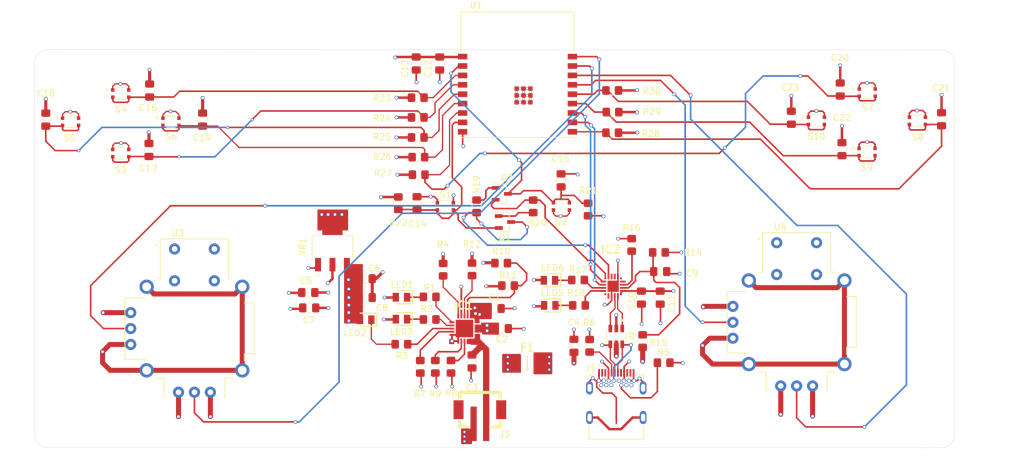
<source format=kicad_pcb>
(kicad_pcb (version 20240108) (generator "pcbnew") (generator_version "8.0")
  (layers (0 "F.Cu" signal) (1 "In1.Cu" power) (2 "In2.Cu" power) (31 "B.Cu" signal) (34 "B.Paste" user) (35 "F.Paste" user) (36 "B.SilkS" user "B.Silkscreen") (37 "F.SilkS" user "F.Silkscreen") (38 "B.Mask" user) (39 "F.Mask" user) (44 "Edge.Cuts" user))
  (net 0 "")
  (net 1 "GND")
  (net 2 "/OUT")
  (net 3 "/VBAT")
  (net 4 "/VBUS")
  (net 5 "+3.3V")
  (net 6 "Net-(IC2-VBUS)")
  (net 7 "/ESP32-C3-02/BOOT")
  (net 8 "/ESP32-C3-02/EN")
  (net 9 "/ESP32-C3-02/UP")
  (net 10 "/ESP32-C3-02/DOWN")
  (net 11 "/ESP32-C3-02/LEFT")
  (net 12 "/ESP32-C3-02/RIGHT")
  (net 13 "/ESP32-C3-02/A")
  (net 14 "/ESP32-C3-02/B")
  (net 15 "/ESP32-C3-02/X")
  (net 16 "/ESP32-C3-02/Y")
  (net 17 "Net-(IC1-VPCC)")
  (net 18 "Net-(IC1-PROG1)")
  (net 19 "/CHARGED")
  (net 20 "Net-(IC1-~{PG})")
  (net 21 "Net-(IC1-PROG3)")
  (net 22 "Net-(IC1-THERM)")
  (net 23 "Net-(IC1-STAT2)")
  (net 24 "Net-(IC1-~{TE})")
  (net 25 "Net-(IC1-SEL)")
  (net 27 "Net-(J1-CC2)")
  (net 31 "/USB_DP")
  (net 32 "/USB_DN")
  (net 33 "Net-(J1-CC1)")
  (net 40 "/CHARGING")
  (net 41 "Net-(LED2-K)")
  (net 42 "/CHARGING_POWER_GOOD")
  (net 43 "Net-(LED5-K)")
  (net 44 "Net-(LED6-K)")
  (net 45 "/ESP32-C3-02/DTS")
  (net 46 "Net-(Q1-B)")
  (net 47 "/ESP32-C3-02/RTS")
  (net 48 "Net-(Q2-B)")
  (net 50 "Net-(IC2-RSTB)")
  (net 52 "/ESP32-C3-02/RIGHT_X")
  (net 53 "/ESP32-C3-02/RIGHT_Y")
  (net 54 "/ESP32-C3-02/LEFT_X")
  (net 55 "/ESP32-C3-02/LEFT_Y")
  (net 56 "/ESP32-C3-02/RX_TX")
  (net 57 "/ESP32-C3-02/TX_RX")
  (net 58 "/ESP32-C3-02/USB_D-")
  (net 59 "/ESP32-C3-02/USB_D+")
  (net 61 "Net-(IC2-GPIO.3_{slash}_RXT)")
  (net 62 "Net-(IC2-GPIO.2_{slash}_TXT)")
  (net 66 "/+5V_USB")
  (footprint "Resistor_SMD:R_0805_2012Metric_Pad1.20x1.40mm_HandSolder" (layer "F.Cu") (at 203.3 129.95)
    (property "Reference" "R5")
    (property "Value" "5k1")
  )
  (footprint "footprints:QFN50P400X400X100-21N-D" (layer "F.Cu") (at 171.55 124.5 -90)
    (property "Reference" "IC1")
    (property "Value" "MCP73871-2CCI_ML" (hide yes))
  )
  (footprint "footprints:MODULE_ESP32-C3-WROOM-02-H4" (layer "F.Cu") (at 180 84)
    (property "Reference" "U1")
    (property "Value" "ESP32-C3-WROOM-02-H4")
  )
  (footprint "Capacitor_SMD:C_0805_2012Metric_Pad1.18x1.45mm_HandSolder" (layer "F.Cu") (at 104.8 91.1625 90)
    (property "Reference" "C18")
    (property "Value" "0.1u")
  )
  (footprint "Capacitor_SMD:C_0805_2012Metric_Pad1.18x1.45mm_HandSolder" (layer "F.Cu") (at 199.75 119.5625 90)
    (property "Reference" "C10")
    (property "Value" "0.1u")
  )
  (footprint "Capacitor_SMD:C_0805_2012Metric_Pad1.18x1.45mm_HandSolder" (layer "F.Cu") (at 231.45 86.35 90)
    (property "Reference" "C20")
    (property "Value" "0.1u")
  )
  (footprint "footprints:CP2102NA02GQFN20" (layer "F.Cu") (at 195.25 117.75 90)
    (property "Reference" "IC2")
    (property "Value" "CP2102N-A02-GQFN20" (hide yes))
  )
  (footprint "Resistor_SMD:R_0805_2012Metric_Pad1.20x1.40mm_HandSolder" (layer "F.Cu") (at 161 104.5 -90)
    (property "Reference" "R22")
    (property "Value" "10k")
  )
  (footprint "footprints:BELFUSE_SS-52400-002" (layer "F.Cu") (at 195.75 138.7)
    (property "Reference" "J1")
    (property "Value" "SS-52400-002")
  )
  (footprint "Capacitor_SMD:C_0805_2012Metric_Pad1.18x1.45mm_HandSolder" (layer "F.Cu") (at 177.5 124.5 180)
    (property "Reference" "C2")
    (property "Value" "4.7uF")
  )
  (footprint "Resistor_SMD:R_0805_2012Metric_Pad1.20x1.40mm_HandSolder" (layer "F.Cu") (at 177.4 114.05 180)
    (property "Reference" "R10")
    (property "Value" "110K")
  )
  (footprint "Capacitor_SMD:C_0805_2012Metric_Pad1.18x1.45mm_HandSolder" (layer "F.Cu") (at 129.8 91.15 90)
    (property "Reference" "C19")
    (property "Value" "0.1u")
  )
  (footprint "footprints:SOT95P230X110-3N" (layer "F.Cu") (at 178 107.5)
    (property "Reference" "Q1")
    (property "Value" "BC817")
  )
  (footprint "footprints:LEDC2012X120N" (layer "F.Cu") (at 185.15 120.8 180)
    (property "Reference" "LED5")
    (property "Value" "LTST-C170GKT" (hide yes))
  )
  (footprint "footprints:SW_USLPT2819DT2TR" (layer "F.Cu") (at 243.75 91.35)
    (property "Reference" "S8")
    (property "Value" "B")
  )
  (footprint "Resistor_SMD:R_0805_2012Metric_Pad1.20x1.40mm_HandSolder" (layer "F.Cu") (at 161.5 127)
    (property "Reference" "R3")
    (property "Value" "470")
  )
  (footprint "Resistor_SMD:R_0805_2012Metric_Pad1.20x1.40mm_HandSolder" (layer "F.Cu") (at 198.2 111.15 90)
    (property "Reference" "R16")
    (property "Value" "1k")
  )
  (footprint "Resistor_SMD:R_0805_2012Metric_Pad1.20x1.40mm_HandSolder" (layer "F.Cu") (at 195.1 93.25 180)
    (property "Reference" "R28")
    (property "Value" "10k")
  )
  (footprint "Capacitor_SMD:C_0805_2012Metric_Pad1.18x1.45mm_HandSolder" (layer "F.Cu") (at 146.8 121.2 180)
    (property "Reference" "C7")
    (property "Value" "10u")
  )
  (footprint "footprints:SW_USLPT2819DT2TR" (layer "F.Cu") (at 168.5 105)
    (property "Reference" "S1")
    (property "Value" "Boot")
  )
  (footprint "Resistor_SMD:R_0805_2012Metric_Pad1.20x1.40mm_HandSolder" (layer "F.Cu") (at 189.65 116.75)
    (property "Reference" "R17")
    (property "Value" "470")
  )
  (footprint "footprints:SW_USLPT2819DT2TR" (layer "F.Cu") (at 235.75 86.85)
    (property "Reference" "S7")
    (property "Value" "A")
  )
  (footprint "footprints:SW_USLPT2819DT2TR" (layer "F.Cu") (at 235.725 96.32)
    (property "Reference" "S9")
    (property "Value" "X")
  )
  (footprint "footprints:SOT95P230X110-3N" (layer "F.Cu") (at 177.5 103)
    (property "Reference" "Q2")
    (property "Value" "BC817")
  )
  (footprint "footprints:SW_USLPT2819DT2TR" (layer "F.Cu") (at 227.65 91.35)
    (property "Reference" "S10")
    (property "Value" "Y")
  )
  (footprint "Resistor_SMD:R_0805_2012Metric_Pad1.20x1.40mm_HandSolder" (layer "F.Cu") (at 169.4 130.6 -90)
    (property "Reference" "R8")
    (property "Value" "2k")
  )
  (footprint "footprints:SOT95P280X145-6N" (layer "F.Cu") (at 195.75 125.75 -90)
    (property "Reference" "U2")
    (property "Value" "USBLC6-2SC6")
  )
  (footprint "footprints:LEDC2012X120N" (layer "F.Cu") (at 185.1 116.8 180)
    (property "Reference" "LED6")
    (property "Value" "LTST-C170KRKT" (hide yes))
  )
  (footprint "footprints:SW_USLPT2819DT2TR" (layer "F.Cu") (at 108.75 91.5)
    (property "Reference" "S5")
    (property "Value" "LEFT")
  )
  (footprint "Resistor_SMD:R_0805_2012Metric_Pad1.20x1.40mm_HandSolder" (layer "F.Cu") (at 164.25 99.95)
    (property "Reference" "R27")
    (property "Value" "10k")
  )
  (footprint "Resistor_SMD:R_0805_2012Metric_Pad1.20x1.40mm_HandSolder" (layer "F.Cu") (at 164.1 94)
    (property "Reference" "R25")
    (property "Value" "10k")
  )
  (footprint "Resistor_SMD:R_0805_2012Metric_Pad1.20x1.40mm_HandSolder" (layer "F.Cu") (at 178.5 117.65)
    (property "Reference" "R11")
    (property "Value" "300K")
  )
  (footprint "Resistor_SMD:R_0805_2012Metric_Pad1.20x1.40mm_HandSolder" (layer "F.Cu") (at 166 123.05)
    (property "Reference" "R2")
    (property "Value" "470")
  )
  (footprint "Resistor_SMD:R_0805_2012Metric_Pad1.20x1.40mm_HandSolder" (layer "F.Cu") (at 202.55 112.35)
    (property "Reference" "R14")
    (property "Value" "47K5")
  )
  (footprint "Resistor_SMD:R_0805_2012Metric_Pad1.20x1.40mm_HandSolder" (layer "F.Cu") (at 168.15 115.1 -90)
    (property "Reference" "R4")
    (property "Value" "10k")
  )
  (footprint "footprints:SW_USLPT2819DT2TR" (layer "F.Cu") (at 124.75 91.5)
    (property "Reference" "S6")
    (property "Value" "RIGHT")
  )
  (footprint "Capacitor_SMD:C_0805_2012Metric_Pad1.18x1.45mm_HandSolder" (layer "F.Cu") (at 231.725 95.87 90)
    (property "Reference" "C22")
    (property "Value" "0.1u")
  )
  (footprint "Capacitor_SMD:C_0805_2012Metric_Pad1.18x1.45mm_HandSolder" (layer "F.Cu") (at 121.35 86.5125 90)
    (property "Reference" "C16")
    (property "Value" "0.1u")
  )
  (footprint "Capacitor_SMD:C_0805_2012Metric_Pad1.18x1.45mm_HandSolder" (layer "F.Cu") (at 167.6 82.2 -90)
    (property "Reference" "C12")
    (property "Value" "0.1u")
  )
  (footprint "Capacitor_SMD:C_0805_2012Metric_Pad1.18x1.45mm_HandSolder" (layer "F.Cu") (at 247.6 91.1 90)
    (property "Reference" "C21")
    (property "Value" "0.1u")
  )
  (footprint "footprints:SW_USLPT2819DT2TR" (layer "F.Cu") (at 116.75 87)
    (property "Reference" "S4")
    (property "Value" "UP")
  )
  (footprint "footprints:LEDC2012X120N" (layer "F.Cu") (at 155.8 123.1 180)
    (property "Reference" "LED2")
    (property "Value" "LTST-C170GKT" (hide yes))
  )
  (footprint "Capacitor_SMD:C_0805_2012Metric_Pad1.18x1.45mm_HandSolder" (layer "F.Cu") (at 155.8 116.55)
    (property "Reference" "C6")
    (property "Value" "0.1u")
  )
  (footprint "footprints:FUSC3226X100N" (layer "F.Cu") (at 181.55 130.05 180)
    (property "Reference" "F1")
    (property "Value" "0ZCH0110AF2E" (hide yes))
  )
  (footprint "footprints:B2B-PH-SM4-TB_LF__SN_" (layer "F.Cu") (at 174 139.7)
    (property "Reference" "J3")
    (property "Value" "B2B-PH-SM4-TB")
  )
  (footprint "Resistor_SMD:R_0805_2012Metric_Pad1.20x1.40mm_HandSolder" (layer "F.Cu") (at 173.48 105 -90)
    (property "Reference" "R19")
    (property "Value" "10k")
  )
  (footprint "footprints:VREG_LM1117MPX-3.3_NOPB" (layer "F.Cu") (at 150.5 111.4 90)
    (property "Reference" "VR1")
    (property "Value" "LM1117MPX-3.3_NOPB")
  )
  (footprint "Capacitor_SMD:C_0805_2012Metric_Pad1.18x1.45mm_HandSolder" (layer "F.Cu") (at 172.75 129.75 90)
    (property "Reference" "C3")
    (property "Value" "4.7uF")
  )
  (footprint "Capacitor_SMD:C_0805_2012Metric_Pad1.18x1.45mm_HandSolder" (layer "F.Cu") (at 176.35 121.3 180)
    (property "Reference" "C1")
    (property "Value" "4.7uF")
  )
  (footprint "Capacitor_SMD:C_0805_2012Metric_Pad1.18x1.45mm_HandSolder" (layer "F.Cu") (at 163.85 82.2 -90)
    (property "Reference" "C13")
    (property "Value" "10u")
  )
  (footprint "Resistor_SMD:R_0805_2012Metric_Pad1.20x1.40mm_HandSolder" (layer "F.Cu") (at 164.5 130.6 -90)
    (property "Reference" "R7")
    (property "Value" "10k")
  )
  (footprint "footprints:SW_USLPT2819DT2TR" (layer "F.Cu") (at 116.75 96.5)
    (property "Reference" "S3")
    (property "Value" "DOWN")
  )
  (footprint "Resistor_SMD:R_0805_2012Metric_Pad1.20x1.40mm_HandSolder" (layer "F.Cu") (at 191.5 127.25 90)
    (property "Reference" "R6")
    (property "Value" "5k1")
  )
  (footprint "footprints:LEDC2012X120N" (layer "F.Cu") (at 161.5 119.5 180)
    (property "Reference" "LED1")
    (property "Value" "LTST-C170KRKT" (hide yes))
  )
  (footprint "Resistor_SMD:R_0805_2012Metric_Pad1.20x1.40mm_HandSolder" (layer "F.Cu") (at 182.5 105 -90)
    (property "Reference" "R20")
    (property "Value" "10k")
  )
  (footprint "footprints:SW_USLPT2819DT2TR" (layer "F.Cu") (at 187 105 180)
    (property "Reference" "S2")
    (property "Value" "RESET")
  )
  (footprint "Capacitor_SMD:C_0805_2012Metric_Pad1.18x1.45mm_HandSolder" (layer "F.Cu") (at 186.95 100.85 90)
    (property "Reference" "C15")
    (property "Value" "1u")
  )
  (footprint "Resistor_SMD:R_0805_2012Metric_Pad1.20x1.40mm_HandSolder" (layer "F.Cu") (at 172.75 115.05 -90)
    (property "Reference" "R12")
    (property "Value" "10k")
  )
  (footprint "Capacitor_SMD:C_0805_2012Metric_Pad1.18x1.45mm_HandSolder" (layer "F.Cu") (at 146.65 118.75 180)
    (property "Reference" "C5")
    (property "Value" "0.1u")
  )
  (footprint "Capacitor_SMD:C_0805_2012Metric_Pad1.18x1.45mm_HandSolder" (layer "F.Cu") (at 223.65 90.85 90)
    (property "Reference" "C23")
    (property "Value" "0.1u")
  )
  (footprint "Resistor_SMD:R_0805_2012Metric_Pad1.20x1.40mm_HandSolder" (layer "F.Cu") (at 195.15 89.95 180)
    (property "Reference" "R29")
    (property "Value" "10k")
  )
  (footprint "footprints:XDCR_COM-09032" (layer "F.Cu") (at 224.5 123.5)
    (property "Reference" "U4")
    (property "Value" "COM-09032")
  )
  (footprint "Capacitor_SMD:C_0805_2012Metric_Pad1.18x1.45mm_HandSolder" (layer "F.Cu") (at 202.75 119.5625 90)
    (property "Reference" "C11")
    (property "Value" "4.7u")
  )
  (footprint "Resistor_SMD:R_0805_2012Metric_Pad1.20x1.40mm_HandSolder" (layer "F.Cu") (at 164.1 87.65)
    (property "Reference" "R23")
    (property "Value" "10k")
  )
  (footprint "Capacitor_SMD:C_0805_2012Metric_Pad1.18x1.45mm_HandSolder" (layer "F.Cu") (at 202.75 115.4)
    (property "Reference" "C9")
    (property "Value" "1u")
  )
  (footprint "Resistor_SMD:R_0805_2012Metric_Pad1.20x1.40mm_HandSolder" (layer "F.Cu") (at 191.25 105.5 90)
    (property "Reference" "R21")
    (property "Value" "10k")
  )
  (footprint "footprints:XDCR_COM-09032" (layer "F.Cu") (at 128.5 124.5)
    (property "Reference" "U3")
    (property "Value" "COM-09032")
  )
  (footprint "Resistor_SMD:R_0805_2012Metric_Pad1.20x1.40mm_HandSolder" (layer "F.Cu") (at 164.1 90.8)
    (property "Reference" "R24")
    (property "Value" "10k")
  )
  (footprint "Resistor_SMD:R_0805_2012Metric_Pad1.20x1.40mm_HandSolder" (layer "F.Cu") (at 166.9 130.6 -90)
    (property "Reference" "R9")
    (property "Value" "2k")
  )
  (footprint "footprints:LEDC2012X120N" (layer "F.Cu") (at 161.5 123 180)
    (property "Reference" "LED3")
    (property "Value" "LTST-C170TBKT" (hide yes))
  )
  (footprint "Resistor_SMD:R_0805_2012Metric_Pad1.20x1.40mm_HandSolder" (layer "F.Cu") (at 189.8 120.8 180)
    (property "Reference" "R18")
    (property "Value" "470")
  )
  (footprint "Resistor_SMD:R_0805_2012Metric_Pad1.20x1.40mm_HandSolder" (layer "F.Cu") (at 195.1 86.5 180)
    (property "Reference" "R30")
    (property "Value" "10k")
  )
  (footprint "Capacitor_SMD:C_0805_2012Metric_Pad1.18x1.45mm_HandSolder" (layer "F.Cu") (at 189 127.25 90)
    (property "Reference" "C4")
    (property "Value" "0.1u")
  )
  (footprint "Resistor_SMD:R_0805_2012Metric_Pad1.20x1.40mm_HandSolder" (layer "F.Cu") (at 199.95 126.5 90)
    (property "Reference" "R15")
    (property "Value" "22K1")
  )
  (footprint "Capacitor_SMD:C_0805_2012Metric_Pad1.18x1.45mm_HandSolder" (layer "F.Cu") (at 155.8 119.55)
    (property "Reference" "C8")
    (property "Value" "10u")
  )
  (footprint "Capacitor_SMD:C_0805_2012Metric_Pad1.18x1.45mm_HandSolder" (layer "F.Cu") (at 121.25 96 90)
    (property "Reference" "C17")
    (property "Value" "0.1u")
  )
  (footprint "Capacitor_SMD:C_0805_2012Metric_Pad1.18x1.45mm_HandSolder" (layer "F.Cu") (at 163.98 104.5 90)
    (property "Reference" "C14")
    (property "Value" "0.1u")
  )
  (footprint "Resistor_SMD:R_0805_2012Metric_Pad1.20x1.40mm_HandSolder" (layer "F.Cu") (at 164.2 97.15)
    (property "Reference" "R26")
    (property "Value" "10k")
  )
  (footprint "Resistor_SMD:R_0805_2012Metric_Pad1.20x1.40mm_HandSolder" (layer "F.Cu") (at 166 119.45 180)
    (property "Reference" "R1")
    (property "Value" "470")
  )
  (gr_arc (start 103.049949 82.000631) (mid 103.635995 80.586209) (end 105.050631 80.000682) (stroke (width 0.05)) (layer "Edge.Cuts"))
  (gr_line (start 105.048426 143.5) (end 245 143.5) (stroke (width 0.05)) (layer "Edge.Cuts"))
  (gr_line (start 245 143.5) (end 247.650051 143.5) (stroke (width 0.05)) (layer "Edge.Cuts"))
  (gr_arc (start 249.650051 141.500051) (mid 249.064244 142.914214) (end 247.650051 143.5) (stroke (width 0.05)) (layer "Edge.Cuts"))
  (gr_arc (start 247.652266 80.049309) (mid 249.065489 80.634774) (end 249.651574 82.047733) (stroke (width 0.05)) (layer "Edge.Cuts"))
  (gr_line (start 249.650051 141.500051) (end 249.651574 82.047733) (stroke (width 0.05)) (layer "Edge.Cuts"))
  (gr_line (start 247.652266 80.049309) (end 105.050631 80.000682) (stroke (width 0.05)) (layer "Edge.Cuts"))
  (gr_line (start 103.048426 141.501575) (end 103.049949 82.000631) (stroke (width 0.05)) (layer "Edge.Cuts"))
  (gr_arc (start 105.048426 143.5) (mid 103.634769 142.91477) (end 103.048426 141.501575) (stroke (width 0.05)) (layer "Edge.Cuts"))
  (segment (start 223.5 89.6625) (end 223.65 89.8125) (width 0.3) (layer "F.Cu") (net 1))
  (segment (start 200.02 133.97) (end 200.02 133.02) (width 0.254) (layer "F.Cu") (net 1))
  (segment (start 244.6 89.7) (end 245.025 90.125) (width 0.254) (layer "F.Cu") (net 1))
  (segment (start 121.25 94.9625) (end 121.25 93.2) (width 0.5) (layer "F.Cu") (net 1))
  (segment (start 195.75 136.15) (end 195.75 139.25) (width 0.254) (layer "F.Cu") (net 1))
  (segment (start 163.98 103.4625) (end 166.1375 103.4625) (width 0.254) (layer "F.Cu") (net 1))
  (segment (start 195.05 134.8) (end 195.75 135.5) (width 0.254) (layer "F.Cu") (net 1))
  (segment (start 121.35 83.2) (end 121.35 85.475) (width 0.5) (layer "F.Cu") (net 1))
  (segment (start 116.8 94.9) (end 117.6 94.9) (width 0.2) (layer "F.Cu") (net 1))
  (segment (start 145.6125 121.35) (end 145.7625 121.2) (width 0.4) (layer "F.Cu") (net 1))
  (segment (start 191.5 126.25) (end 191.5 124.7) (width 0.254) (layer "F.Cu") (net 1))
  (segment (start 231.45 82.5) (end 231.45 85.3125) (width 0.4) (layer "F.Cu") (net 1))
  (segment (start 134.977 118.9755) (end 136.12 117.8325) (width 0.8) (layer "F.Cu") (net 1))
  (segment (start 247.65 90.0125) (end 247.6 90.0625) (width 0.3) (layer "F.Cu") (net 1))
  (segment (start 156.8375 119.25) (end 156.8375 116.55) (width 0.5) (layer "F.Cu") (net 1))
  (segment (start 164.65 131.55) (end 164.65 133.75) (width 0.254) (layer "F.Cu") (net 1))
  (segment (start 195.75 135.5) (end 195.75 136.15) (width 0.254) (layer "F.Cu") (net 1))
  (segment (start 192.625 133.825) (end 193.6 134.8) (width 0.254) (layer "F.Cu") (net 1))
  (segment (start 113.85 128.2) (end 113.85 129.95) (width 0.8) (layer "F.Cu") (net 1))
  (segment (start 223.65 87.35) (end 223.65 89.8125) (width 0.4) (layer "F.Cu") (net 1))
  (segment (start 179.86 88.4) (end 179.86 87.85) (width 0.2) (layer "F.Cu") (net 1))
  (segment (start 185.725 106.175) (end 185.725 105.58) (width 0.2) (layer "F.Cu") (net 1))
  (segment (start 204.3 129.95) (end 206.3 129.95) (width 0.254) (layer "F.Cu") (net 1))
  (segment (start 247.6 87.2) (end 247.6 90.0625) (width 0.4) (layer "F.Cu") (net 1))
  (segment (start 231.725 92.175) (end 231.725 94.8325) (width 0.4) (layer "F.Cu") (net 1))
  (segment (start 113.85 128.2) (end 115.01 127.04) (width 0.8) (layer "F.Cu") (net 1))
  (segment (start 122.023 118.9755) (end 134.977 118.9755) (width 0.8) (layer "F.Cu") (net 1))
  (segment (start 232.12 116.8325) (end 232.12 130.1675) (width 0.8) (layer "F.Cu") (net 1))
  (segment (start 231.65 94.7575) (end 231.725 94.8325) (width 0.3) (layer "F.Cu") (net 1))
  (segment (start 123.475 90.375) (end 123.475 90.92) (width 0.2) (layer "F.Cu") (net 1))
  (segment (start 156.8375 116.55) (end 157.45 116.55) (width 0.5) (layer "F.Cu") (net 1))
  (segment (start 126.025 90.375) (end 126.025 90.92) (width 0.2) (layer "F.Cu") (net 1))
  (segment (start 180.96 86.2) (end 180.96 86.75) (width 0.2) (layer "F.Cu") (net 1))
  (segment (start 243.7 89.7) (end 244.6 89.7) (width 0.254) (layer "F.Cu") (net 1))
  (segment (start 242.475 90.125) (end 242.475 90.77) (width 0.254) (layer "F.Cu") (net 1))
  (segment (start 116.8 94.9) (end 115.85 94.9) (width 0.2) (layer "F.Cu") (net 1))
  (segment (start 117.6 94.9) (end 118.025 95.325) (width 0.2) (layer "F.Cu") (net 1))
  (segment (start 195.25 117.75) (end 195 118) (width 0.2) (layer "F.Cu") (net 1))
  (segment (start 108.7 89.9) (end 107.9 89.9) (width 0.2) (layer "F.Cu") (net 1))
  (segment (start 180.95 124.5) (end 178.5375 124.5) (width 0.254) (layer "F.Cu") (net 1))
  (segment (start 171.25 93.1) (end 171.25 95.3) (width 0.254) (layer "F.Cu") (net 1))
  (segment (start 210.66 126.04) (end 209.5 127.2) (width 0.8) (layer "F.Cu") (net 1))
  (segment (start 236.7 85.3) (end 237.025 85.625) (width 0.2) (layer "F.Cu") (net 1))
  (segment (start 196 116.2) (end 196 113.65) (width 0.2) (layer "F.Cu") (net 1))
  (segment (start 113.85 129.95) (end 115.0675 131.1675) (width 0.8) (layer "F.Cu") (net 1))
  (segment (start 193 132.77) (end 192.95 132.82) (width 0.254) (layer "F.Cu") (net 1))
  (segment (start 209.5 127.2) (end 209.5 128.6) (width 0.8) (layer "F.Cu") (net 1))
  (segment (start 143.8 121.35) (end 145.6125 121.35) (width 0.4) (layer "F.Cu") (net 1))
  (segment (start 180.96 88.4) (end 180.41 88.4) (width 0.2) (layer "F.Cu") (net 1))
  (segment (start 182.06 86.75) (end 182.06 87.3) (width 0.2) (layer "F.Cu") (net 1))
  (segment (start 243.7 89.7) (end 242.9 89.7) (width 0.254) (layer "F.Cu") (net 1))
  (segment (start 235.75 85.3) (end 234.85 85.3) (width 0.2) (layer "F.Cu") (net 1))
  (segment (start 179.86 86.2) (end 180.41 86.2) (width 0.2) (layer "F.Cu") (net 1))
  (segment (start 179.86 87.3) (end 180.41 87.3) (width 0.2) (layer "F.Cu") (net 1))
  (segment (start 172.6 130.9375) (end 172.75 130.7875) (width 0.254) (layer "F.Cu") (net 1))
  (segment (start 186.1 106.55) (end 185.725 106.175) (width 0.2) (layer "F.Cu") (net 1))
  (segment (start 235.75 94.75) (end 234.8 94.75) (width 0.254) (layer "F.Cu") (net 1))
  (segment (start 216.88 130.1675) (end 232.12 130.1675) (width 0.8) (layer "F.Cu") (net 1))
  (segment (start 116.7 85.45) (end 117.65 85.45) (width 0.2) (layer "F.Cu") (net 1))
  (segment (start 115.475 95.275) (end 115.475 95.92) (width 0.2) (layer "F.Cu") (net 1))
  (segment (start 129.8 87.7) (end 129.8 90.1125) (width 0.5) (layer "F.Cu") (net 1))
  (segment (start 182.06 87.3) (end 182.06 87.85) (width 0.2) (layer "F.Cu") (net 1))
  (segment (start 192.95 132.82) (end 192.625 133.145) (width 0.254) (layer "F.Cu") (net 1))
  (segment (start 193.75 132.82) (end 192.95 132.82) (width 0.254) (layer "F.Cu") (net 1))
  (segment (start 115.01 127.04) (end 118.34 127.04) (width 0.8) (layer "F.Cu") (net 1))
  (segment (start 117.65 85.45) (end 118.025 85.825) (width 0.2) (layer "F.Cu") (net 1))
  (segment (start 234.475 85.675) (end 234.475 86.27) (width 0.2) (layer "F.Cu") (net 1))
  (segment (start 194.65 140.55) (end 196.5 140.55) (width 0.4) (layer "F.Cu") (net 1))
  (segment (start 226.75 89.8) (end 226.375 90.175) (width 0.254) (layer "F.Cu") (net 1))
  (segment (start 104.8 90.125) (end 104.8 87.85) (width 0.5) (layer "F.Cu") (net 1))
  (segment (start 146.65 114.85) (end 147.65 114.85) (width 0.254) (layer "F.Cu") (net 1))
  (segment (start 167.225 103.925) (end 166.75 103.45) (width 0.254) (layer "F.Cu") (net 1))
  (segment (start 227.04 133.66) (end 227.04 138.49) (width 0.8) (layer "F.Cu") (net 1))
  (segment (start 187.85 106.55) (end 188.275 106.125) (width 0.2) (layer "F.Cu") (net 1))
  (segment (start 202.8 120.85) (end 202.8 123.65) (width 0.254) (layer "F.Cu") (net 1))
  (segment (start 216.88 116.8325) (end 218.023 117.9755) (width 0.8) (layer "F.Cu") (net 1))
  (segment (start 242.9 89.7) (end 242.475 90.125) (width 0.254) (layer "F.Cu") (net 1))
  (segment (start 136.12 131.1675) (end 120.88 131.1675) (width 0.8) (layer "F.Cu") (net 1))
  (segment (start 120.88 117.8325) (end 122.023 118.9755) (width 0.8) (layer "F.Cu") (net 1))
  (segment (start 195 118) (end 195 119.3) (width 0.2) (layer "F.Cu") (net 1))
  (segment (start 180.96 87.85) (end 180.96 87.3) (width 0.2) (layer "F.Cu") (net 1))
  (segment (start 181.51 86.2) (end 182.06 86.2) (width 0.2) (layer "F.Cu") (net 1))
  (segment (start 214.34 126.04) (end 210.66 126.04) (width 0.8) (layer "F.Cu") (net 1))
  (segment (start 237.025 85.625) (end 237.025 86.27) (width 0.2) (layer "F.Cu") (net 1))
  (segment (start 167.6 85.15) (end 167.6 83.2375) (width 0.254) (layer "F.Cu") (net 1))
  (segment (start 199.85 123.8) (end 199.8 123.75) (width 0.254) (layer "F.Cu") (net 1))
  (segment (start 192.625 133.145) (end 192.625 133.825) (width 0.254) (layer "F.Cu") (net 1))
  (segment (start 227.65 89.8) (end 228.6 89.8) (width 0.254) (layer "F.Cu") (net 1))
  (segment (start 167.05 131.3625) (end 167.05 133.75) (width 0.254) (layer "F.Cu") (net 1))
  (segment (start 211.0675 130.1675) (end 216.88 130.1675) (width 0.8) (layer "F.Cu") (net 1))
  (segment (start 157.45 116.55) (end 158.5 115.5) (width 0.5) (layer "F.Cu") (net 1))
  (segment (start 124.7 89.85) (end 124 89.85) (width 0.2) (layer "F.Cu") (net 1))
  (segment (start 192.8 138.7) (end 194.65 140.55) (width 0.4) (layer "F.Cu") (net 1))
  (segment (start 218.023 117.9755) (end 230.977 117.9755) (width 0.8) (layer "F.Cu") (net 1))
  (segment (start 191.48 132.92) (end 192 132.4) (width 0.254) (layer "F.Cu") (net 1))
  (segment (start 124 89.85) (end 123.475 90.375) (width 0.2) (layer "F.Cu") (net 1))
  (segment (start 115.0675 131.1675) (end 120.88 131.1675) (width 0.8) (layer "F.Cu") (net 1))
  (segment (start 116.7 85.45) (end 115.85 85.45) (width 0.2) (layer "F.Cu") (net 1))
  (segment (start 230.977 117.9755) (end 232.12 116.8325) (width 0.8) (layer "F.Cu") (net 1))
  (segment (start 245.025 90.125) (end 245.025 90.77) (width 0.254) (layer "F.Cu") (net 1))
  (segment (start 195 120.054) (end 194.354 120.7) (width 0.254) (layer "F.Cu") (net 1))
  (segment (start 186.85 106.55) (end 186.1 106.55) (width 0.2) (layer "F.Cu") (net 1))
  (segment (start 189 126.2125) (end 189 124.65) (width 0.254) (layer "F.Cu") (net 1))
  (segment (start 193.6 134.8) (end 195.05 134.8) (width 0.254) (layer "F.Cu") (net 1))
  (segment (start 125.5 89.85) (end 126.025 90.375) (width 0.2) (layer "F.Cu") (net 1))
  (segment (start 169.55 131.55) (end 169.55 133.7) (width 0.254) (layer "F.Cu") (net 1))
  (segment (start 110.025 90.275) (end 110.025 90.92) (width 0.2) (layer "F.Cu") (net 1))
  (segment (start 115.85 85.45) (end 115.475 85.825) (width 0.2) (layer "F.Cu") (net 1))
  (segment (start 109.65 89.9) (end 110.025 90.275) (width 0.2) (layer "F.Cu") (net 1))
  (segment (start 195.25 117.75) (end 196 117) (width 0.2) (layer "F.Cu") (net 1))
  (segment (start 121.25 93.2) (end 121.2 93.15) (width 0.5) (layer "F.Cu") (net 1))
  (segment (start 182.06 88.4) (end 182.06 87.85) (width 0.2) (layer "F.Cu") (net 1))
  (segment (start 177.3875 121.3) (end 179.5 121.3) (width 0.254) (layer "F.Cu") (net 1))
  (segment (start 169.55 133.7) (end 169.6 133.75) (width 0.254) (layer "F.Cu") (net 1))
  (segment (start 193 131.57) (end 193 132.77) (width 0.254) (layer "F.Cu") (net 1))
  (segment (start 197.75 132.82) (end 198.55 132.82) (width 0.254) (layer "F.Cu") (net 1))
  (segment (start 205.85 115.75) (end 203.7375 115.75) (width 0.254) (layer "F.Cu") (net 1))
  (segment (start 206.3 129.95) (end 206.35 130) (width 0.254) (layer "F.Cu") (net 1))
  (segment (start 199.8 123.75) (end 199.8 120.65) (width 0.254) (layer "F.Cu") (net 1))
  (segment (start 199.8 120.65) (end 199.75 120.6) (width 0.254) (layer "F.Cu") (net 1))
  (segment (start 234.45 95.1) (end 234.45 95.74) (width 0.254) (layer "F.Cu") (net 1))
  (segment (start 180.96 87.85) (end 180.96 88.4) (width 0.2) (layer "F.Cu") (net 1))
  (segment (start 186.95 99.8125) (end 189.5125 99.8125) (width 0.254) (layer "F.Cu") (net 1))
  (segment (start 236.65 94.75) (end 237 95.1) (width 0.254) (layer "F.Cu") (net 1))
  (segment (start 108.7 89.9) (end 109.65 89.9) (width 0.2) (layer "F.Cu") (net 1))
  (segment (start 206.1 112.35) (end 203.55 112.35) (width 0.254) (layer "F.Cu") (net 1))
  (segment (start 167.225 104.42) (end 167.225 103.925) (width 0.254) (layer "F.Cu") (net 1))
  (segment (start 181.51 88.4) (end 180.96 88.4) (width 0.2) (layer "F.Cu") (net 1))
  (segment (start 145.5625 118.8) (end 145.6125 118.75) (width 0.4) (layer "F.Cu") (net 1))
  (segment (start 189.5125 99.8125) (end 189.6 99.9) (width 0.254) (layer "F.Cu") (net 1))
  (segment (start 179.86 87.3) (end 179.86 86.75) (width 0.2) (layer "F.Cu") (net 1))
  (segment (start 180.96 86.2) (end 181.51 86.2) (width 0.2) (layer "F.Cu") (net 1))
  (segment (start 235.75 94.75) (end 236.65 94.75) (width 0.254) (layer "F.Cu") (net 1))
  (segment (start 168.15 112.6) (end 168.15 114.1) (width 0.5) (layer "F.Cu") (net 1))
  (segment (start 181 124.55) (end 180.95 124.5) (width 0.254) (layer "F.Cu") (net 1))
  (segment (start 169.775 103.275) (end 169.8 103.25) (width 0.254) (layer "F.Cu") (net 1))
  (segment (start 228.6 89.8) (end 228.925 90.125) (width 0.254) (layer "F.Cu") (net 1))
  (segment (start 163.85 85.15) (end 163.9 85.2) (width 0.254) (layer "F.Cu") (net 1))
  (segment (start 163.85 83.2375) (end 163.85 85.15) (width 0.254) (layer "F.Cu") (net 1))
  (segment (start 234.85 85.3) (end 234.475 85.675) (width 0.2) (layer "F.Cu") (net 1))
  (segment (start 199.08 132.82) (end 199.45 132.45) (width 0.254) (layer "F.Cu") (net 1))
  (segment (start 182.06 88.4) (end 181.51 88.4) (width 0.2) (layer "F.Cu") (net 1))
  (segment (start 227.65 89.8) (end 226.75 89.8) (width 0.254) (layer "F.Cu") (net 1))
  (segment (start 179.86 87.85) (end 179.86 87.3) (width 0.2) (layer "F.Cu") (net 1))
  (segment (start 176.35 114) (end 176.4 114.05) (width 0.5) (layer "F.Cu") (net 1))
  (segment (start 107.9 89.9) (end 107.475 90.325) (width 0.2) (layer "F.Cu") (net 1))
  (segment (start 188.275 106.125) (end 188.275 105.58) (width 0.2) (layer "F.Cu") (net 1))
  (segment (start 234.8 94.75) (end 234.45 95.1) (width 0.254) (layer "F.Cu") (net 1))
  (segment (start 180.96 87.3) (end 181.51 87.3) (width 0.2) (layer "F.Cu") (net 1))
  (segment (start 226.375 90.175) (end 226.375 90.77) (width 0.254) (layer "F.Cu") (net 1))
  (segment (start 195 119.3) (end 195 120.054) (width 0.254) (layer "F.Cu") (net 1))
  (segment (start 143.55 118.8) (end 145.5625 118.8) (width 0.4) (layer "F.Cu") (net 1))
  (segment (start 179.86 86.2) (end 179.86 86.75) (width 0.2) (layer "F.Cu") (net 1))
  (segment (start 118.025 95.325) (end 118.025 95.92) (width 0.2) (layer "F.Cu") (net 1))
  (segment (start 198.5 132.77) (end 198.55 132.82) (width 0.254) (layer "F.Cu") (net 1))
  (segment (start 237 95.1) (end 237 95.74) (width 0.254) (layer "F.Cu") (net 1))
  (segment (start 186.85 106.55) (end 187.85 106.55) (width 0.2) (layer "F.Cu") (net 1))
  (segment (start 235.75 85.3) (end 236.7 85.3) (width 0.2) (layer "F.Cu") (net 1))
  (segment (start 172.75 112.55) (end 172.75 114.05) (width 0.5) (layer "F.Cu") (net 1))
  (segment (start 166.1375 103.4625) (end 166.15 103.45) (width 0.254) (layer "F.Cu") (net 1))
  (segment (start 136.12 117.8325) (end 136.12 131.1675) (width 0.8) (layer "F.Cu") (net 1))
  (segment (start 147.65 114.85) (end 148.2 114.3) (width 0.254) (layer "F.Cu") (net 1))
  (segment (start 172.6 132.8) (end 172.6 130.9375) (width 0.254) (layer "F.Cu") (net 1))
  (segment (start 115.475 85.825) (end 115.475 86.42) (width 0.2) (layer "F.Cu") (net 1))
  (segment (start 209.5 128.6) (end 211.0675 130.1675) (width 0.8) (layer "F.Cu") (net 1))
  (segment (start 198.5 131.57) (end 198.5 132.77) (width 0.254) (layer "F.Cu") (net 1))
  (segment (start 231.5 85.2625) (end 231.45 85.3125) (width 0.3) (layer "F.Cu") (net 1))
  (segment (start 180.96 87.3) (end 180.96 86.75) (width 0.2) (layer "F.Cu") (net 1))
  (segment (start 198.35 138.7) (end 200.02 138.7) (width 0.4) (layer "F.Cu") (net 1))
  (segment (start 107.475 90.325) (end 107.475 90.92) (width 0.2) (layer "F.Cu") (net 1))
  (segment (start 174.55 114) (end 176.35 114) (width 0.5) (layer "F.Cu") (net 1))
  (segment (start 182.06 86.2) (end 182.06 86.75) (width 0.2) (layer "F.Cu") (net 1))
  (segment (start 192.95 132.82) (end 192.42 132.82) (width 0.254) (layer "F.Cu") (net 1))
  (segment (start 171.25 95.3) (end 171.35 95.4) (width 0.254) (layer "F.Cu") (net 1))
  (segment (start 196 117) (end 196 116.2) (width 0.2) (layer "F.Cu") (net 1))
  (segment (start 182.06 87.3) (end 181.51 87.3) (width 0.2) (layer "F.Cu") (net 1))
  (segment (start 192.42 132.82) (end 192 132.4) (width 0.254) (layer "F.Cu") (net 1))
  (segment (start 198.55 132.82) (end 199.08 132.82) (width 0.254) (layer "F.Cu") (net 1))
  (segment (start 115.85 94.9) (end 115.475 95.275) (width 0.2) (layer "F.Cu") (net 1))
  (segment (start 200.02 133.02) (end 199.45 132.45) (width 0.254) (layer "F.Cu") (net 1))
  (segment (start 191.48 133.97) (end 191.48 132.92) (width 0.254) (layer "F.Cu") (net 1))
  (segment (start 180.41 87.3) (end 180.96 87.3) (width 0.2) (layer "F.Cu") (net 1))
  (segment (start 166.75 103.45) (end 166.15 103.45) (width 0.254) (layer "F.Cu") (net 1))
  (segment (start 191.5 124.7) (end 191.45 124.65) (width 0.254) (layer "F.Cu") (net 1))
  (segment (start 196.5 140.55) (end 198.35 138.7) (width 0.4) (layer "F.Cu") (net 1))
  (segment (start 194.354 120.7) (end 193.9 120.7) (width 0.254) (layer "F.Cu") (net 1))
  (segment (start 131.04 134.66) (end 131.04 138.54) (width 0.8) (layer "F.Cu") (net 1))
  (segment (start 179.86 88.4) (end 180.41 88.4) (width 0.2) (layer "F.Cu") (net 1))
  (segment (start 191.48 138.7) (end 192.8 138.7) (width 0.4) (layer "F.Cu") (net 1))
  (segment (start 131.04 138.54) (end 131.05 138.55) (width 0.8) (layer "F.Cu") (net 1))
  (segment (start 195.75 124.495) (end 195.75 122.35) (width 0.4) (layer "F.Cu") (net 1))
  (segment (start 124.7 89.85) (end 125.5 89.85) (width 0.2) (layer "F.Cu") (net 1))
  (segment (start 169.775 104.42) (end 169.775 103.275) (width 0.254) (layer "F.Cu") (net 1))
  (segment (start 228.925 90.125) (end 228.925 90.77) (width 0.254) (layer "F.Cu") (net 1))
  (segment (start 180.41 86.2) (end 180.96 86.2) (width 0.2) (layer "F.Cu") (net 1))
  (segment (start 118.025 85.825) (end 118.025 86.42) (width 0.2) (layer "F.Cu") (net 1))
  (segment (start 179.5 121.3) (end 179.55 121.25) (width 0.254) (layer "F.Cu") (net 1))
  (via (at 174.55 114) (size 0.6) (drill 0.4) (layers "F.Cu" "B.Cu") (net 1))
  (via (at 206.1 112.35) (size 0.6) (drill 0.4) (layers "F.Cu" "B.Cu") (net 1))
  (via (at 227.65 89.8) (size 0.6) (drill 0.4) (layers "F.Cu" "B.Cu") (net 1))
  (via (at 146.65 114.85) (size 0.6) (drill 0.4) (layers "F.Cu" "B.Cu") (net 1))
  (via (at 167.6 85.15) (size 0.6) (drill 0.4) (layers "F.Cu" "B.Cu") (net 1))
  (via (at 181 124.55) (size 0.6) (drill 0.4) (layers "F.Cu" "B.Cu") (net 1))
  (via (at 131.05 138.55) (size 0.6) (drill 0.4) (layers "F.Cu" "B.Cu") (net 1))
  (via (at 116.8 94.9) (size 0.6) (drill 0.4) (layers "F.Cu" "B.Cu") (net 1))
  (via (at 121.35 83.2) (size 0.6) (drill 0.4) (layers "F.Cu" "B.Cu") (net 1))
  (via (at 113.85 128.2) (size 0.6) (drill 0.4) (layers "F.Cu" "B.Cu") (net 1))
  (via (at 196 113.65) (size 0.6) (drill 0.4) (layers "F.Cu" "B.Cu") (net 1))
  (via (at 171.55 141) (size 0.5) (drill 0.3) (layers "F.Cu" "B.Cu") (net 1))
  (via (at 104.8 87.85) (size 0.6) (drill 0.4) (layers "F.Cu" "B.Cu") (net 1))
  (via (at 195.75 122.35) (size 0.6) (drill 0.4) (layers "F.Cu" "B.Cu") (net 1))
  (via (at 235.75 94.75) (size 0.6) (drill 0.4) (layers "F.Cu" "B.Cu") (net 1))
  (via (at 205.85 115.75) (size 0.6) (drill 0.4) (layers "F.Cu" "B.Cu") (net 1))
  (via (at 189 124.65) (size 0.6) (drill 0.4) (layers "F.Cu" "B.Cu") (net 1))
  (via (at 166.15 103.45) (size 0.6) (drill 0.4) (layers "F.Cu" "B.Cu") (net 1))
  (via (at 199.8 123.75) (size 0.6) (drill 0.4) (layers "F.Cu" "B.Cu") (net 1))
  (via (at 167.05 133.75) (size 0.6) (drill 0.4) (layers "F.Cu" "B.Cu") (net 1))
  (via (at 121.2 93.15) (size 0.6) (drill 0.4) (layers "F.Cu" "B.Cu") (net 1))
  (via (at 209.5 127.2) (size 0.6) (drill 0.4) (layers "F.Cu" "B.Cu") (net 1))
  (via (at 202.8 123.65) (size 0.6) (drill 0.4) (layers "F.Cu" "B.Cu") (net 1))
  (via (at 193.9 120.7) (size 0.6) (drill 0.4) (layers "F.Cu" "B.Cu") (net 1))
  (via (at 169.55 126.5) (size 0.6) (drill 0.4) (layers "F.Cu" "B.Cu") (net 1))
  (via (at 231.45 82.5) (size 0.6) (drill 0.4) (layers "F.Cu" "B.Cu") (net 1))
  (via (at 247.6 87.2) (size 0.6) (drill 0.4) (layers "F.Cu" "B.Cu") (net 1))
  (via (at 223.65 87.35) (size 0.6) (drill 0.4) (layers "F.Cu" "B.Cu") (net 1))
  (via (at 192 132.4) (size 0.6) (drill 0.4) (layers "F.Cu" "B.Cu") (net 1))
  (via (at 116.7 85.45) (size 0.6) (drill 0.4) (layers "F.Cu" "B.Cu") (net 1))
  (via (at 171.55 142.5) (size 0.5) (drill 0.3) (layers "F.Cu" "B.Cu") (net 1))
  (via (at 172.75 112.55) (size 0.6) (drill 0.4) (layers "F.Cu" "B.Cu") (net 1))
  (via (at 129.8 87.7) (size 0.6) (drill 0.4) (layers "F.Cu" "B.Cu") (net 1))
  (via (at 186.85 106.55) (size 0.6) (drill 0.4) (layers "F.Cu" "B.Cu") (net 1))
  (via (at 171.35 95.4) (size 0.6) (drill 0.4) (layers "F.Cu" "B.Cu") (net 1))
  (via (at 169.8 103.25) (size 0.6) (drill 0.4) (layers "F.Cu" "B.Cu") (net 1))
  (via (at 164.65 133.75) (size 0.6) (drill 0.4) (layers "F.Cu" "B.Cu") (net 1))
  (via (at 191.45 124.65) (size 0.6) (drill 0.4) (layers "F.Cu" "B.Cu") (net 1))
  (via (at 168.15 112.6) (size 0.6) (drill 0.4) (layers "F.Cu" "B.Cu") (net 1))
  (via (at 227.04 138.49) (size 0.6) (drill 0.4) (layers "F.Cu" "B.Cu") (net 1))
  (via (at 143.55 118.8) (size 0.6) (drill 0.4) (layers "F.Cu" "B.Cu") (net 1))
  (via (at 189.6 99.9) (size 0.6) (drill 0.4) (layers "F.Cu" "B.Cu") (net 1))
  (via (at 206.35 130) (size 0.6) (drill 0.4) (layers "F.Cu" "B.Cu") (net 1))
  (via (at 231.725 92.175) (size 0.6) (drill 0.4) (layers "F.Cu" "B.Cu") (net 1))
  (via (at 169.6 133.75) (size 0.6) (drill 0.4) (layers "F.Cu" "B.Cu") (net 1))
  (via (at 171.55 141.75) (size 0.5) (drill 0.3) (layers "F.Cu" "B.Cu") (net 1))
  (via (at 143.8 121.35) (size 0.6) (drill 0.4) (layers "F.Cu" "B.Cu") (net 1))
  (via (at 199.45 132.45) (size 0.6) (drill 0.4) (layers "F.Cu" "B.Cu") (net 1))
  (via (at 179.55 121.25) (size 0.6) (drill 0.4) (layers "F.Cu" "B.Cu") (net 1))
  (via (at 158.5 115.5) (size 0.6) (drill 0.4) (layers "F.Cu" "B.Cu") (net 1))
  (via (at 124.7 89.85) (size 0.6) (drill 0.4) (layers "F.Cu" "B.Cu") (net 1))
  (via (at 172.6 132.8) (size 0.6) (drill 0.4) (layers "F.Cu" "B.Cu") (net 1))
  (via (at 235.75 85.3) (size 0.6) (drill 0.4) (layers "F.Cu" "B.Cu") (net 1))
  (via (at 163.9 85.2) (size 0.6) (drill 0.4) (layers "F.Cu" "B.Cu") (net 1))
  (via (at 243.7 89.7) (size 0.6) (drill 0.4) (layers "F.Cu" "B.Cu") (net 1))
  (via (at 108.7 89.9) (size 0.6) (drill 0.4) (layers "F.Cu" "B.Cu") (net 1))
  (segment (start 125.96 138.54) (end 125.95 138.55) (width 0.8) (layer "F.Cu") (net 2))
  (segment (start 118.34 121.96) (end 113.94 121.96) (width 0.8) (layer "F.Cu") (net 2))
  (segment (start 214.34 120.96) (end 209.69 120.96) (width 0.8) (layer "F.Cu") (net 2))
  (segment (start 125.96 134.66) (end 125.96 138.54) (width 0.8) (layer "F.Cu") (net 2))
  (segment (start 209.69 120.96) (end 209.6 121.05) (width 0.8) (layer "F.Cu") (net 2))
  (segment (start 214.25 121.05) (end 214.34 120.96) (width 0.8) (layer "F.Cu") (net 2))
  (segment (start 221.96 133.66) (end 221.96 138.19) (width 0.8) (layer "F.Cu") (net 2))
  (via (at 153.05 116.7) (size 0.6) (drill 0.4) (layers "F.Cu" "B.Cu") (net 2))
  (via (at 173.95 122.25) (size 0.6) (drill 0.4) (layers "F.Cu" "B.Cu") (net 2))
  (via (at 153.1 119.55) (size 0.6) (drill 0.4) (layers "F.Cu" "B.Cu") (net 2))
  (via (at 113.94 121.96) (size 0.6) (drill 0.4) (layers "F.Cu" "B.Cu") (net 2))
  (via (at 209.6 121.05) (size 0.6) (drill 0.4) (layers "F.Cu" "B.Cu") (net 2))
  (via (at 153.1 120.75) (size 0.6) (drill 0.4) (layers "F.Cu" "B.Cu") (net 2))
  (via (at 153.1 121.95) (size 0.6) (drill 0.4) (layers "F.Cu" "B.Cu") (net 2))
  (via (at 153.1 118.2) (size 0.6) (drill 0.4) (layers "F.Cu" "B.Cu") (net 2))
  (via (at 173.2 121.2) (size 0.6) (drill 0.4) (layers "F.Cu" "B.Cu") (net 2))
  (via (at 153.1 123.25) (size 0.6) (drill 0.4) (layers "F.Cu" "B.Cu") (net 2))
  (via (at 221.96 138.19) (size 0.6) (drill 0.4) (layers "F.Cu" "B.Cu") (net 2))
  (via (at 125.95 138.55) (size 0.6) (drill 0.4) (layers "F.Cu" "B.Cu") (net 2))
  (segment (start 175 139.7) (end 175 127.85) (width 1) (layer "F.Cu") (net 3))
  (segment (start 175 127.85) (end 174.325 127.175) (width 1) (layer "F.Cu") (net 3))
  (segment (start 172.75 128.7125) (end 172.7875 128.7125) (width 1) (layer "F.Cu") (net 3))
  (segment (start 172.75 128.7125) (end 172.75 128.7) (width 0.8) (layer "F.Cu") (net 3))
  (segment (start 172.7875 128.7125) (end 174.325 127.175) (width 1) (layer "F.Cu") (net 3))
  (segment (start 174.325 127.175) (end 173.9 126.75) (width 1) (layer "F.Cu") (net 3))
  (segment (start 173.75 126.6) (end 172.75 126.6) (width 1) (layer "F.Cu") (net 3))
  (segment (start 197 131.57) (end 197 132.77) (width 0.254) (layer "F.Cu") (net 4))
  (segment (start 194.5 131.57) (end 194.5 132.77) (width 0.254) (layer "F.Cu") (net 4))
  (segment (start 194.5 132.77) (end 194.55 132.82) (width 0.254) (layer "F.Cu") (net 4))
  (segment (start 189 128.2875) (end 189 130) (width 0.8) (layer "F.Cu") (net 4))
  (segment (start 183.17 130.05) (end 183.17 129.93) (width 0.6) (layer "F.Cu") (net 4))
  (segment (start 193.475 129.775) (end 194.5 130.8) (width 0.254) (layer "F.Cu") (net 4))
  (segment (start 197 130.55) (end 197 131.57) (width 0.254) (layer "F.Cu") (net 4))
  (segment (start 197.8 129.75) (end 197 130.55) (width 0.254) (layer "F.Cu") (net 4))
  (segment (start 199.95 127.5) (end 199.95 129.75) (width 0.8) (layer "F.Cu") (net 4))
  (segment (start 195.75 127.005) (end 195.75 128.9) (width 0.8) (layer "F.Cu") (net 4))
  (segment (start 194.5 130.8) (end 194.5 131.57) (width 0.254) (layer "F.Cu") (net 4))
  (segment (start 183.17 130.05) (end 183.17 130.17) (width 0.6) (layer "F.Cu") (net 4))
  (segment (start 197 132.77) (end 196.95 132.82) (width 0.254) (layer "F.Cu") (net 4))
  (via (at 189 130) (size 0.5) (drill 0.3) (layers "F.Cu" "B.Cu") (net 4))
  (via (at 199.95 129.75) (size 0.6) (drill 0.4) (layers "F.Cu" "B.Cu") (net 4))
  (via (at 195.75 128.9) (size 0.6) (drill 0.4) (layers "F.Cu" "B.Cu") (net 4))
  (via (at 197.8 129.75) (size 0.6) (drill 0.4) (layers "F.Cu" "B.Cu") (net 4))
  (via (at 185.05 129.05) (size 0.5) (drill 0.3) (layers "F.Cu" "B.Cu") (net 4))
  (via (at 185.05 131.05) (size 0.5) (drill 0.3) (layers "F.Cu" "B.Cu") (net 4))
  (via (at 185.05 130.05) (size 0.5) (drill 0.3) (layers "F.Cu" "B.Cu") (net 4))
  (via (at 193.475 129.775) (size 0.6) (drill 0.4) (layers "F.Cu" "B.Cu") (net 4))
  (segment (start 167.6 81.1625) (end 163.85 81.1625) (width 0.4) (layer "F.Cu") (net 5))
  (segment (start 199.05 93.25) (end 196.1 93.25) (width 0.4) (layer "F.Cu") (net 5))
  (segment (start 160.7 94) (end 163.1 94) (width 0.4) (layer "F.Cu") (net 5))
  (segment (start 202.75 118.525) (end 204.825 118.525) (width 0.3) (layer "F.Cu") (net 5))
  (segment (start 196.8 118.5) (end 199.725 118.5) (width 0.3) (layer "F.Cu") (net 5))
  (segment (start 191.25 106.5) (end 193.6 106.5) (width 0.254) (layer "F.Cu") (net 5))
  (segment (start 199 89.95) (end 199.05 90) (width 0.4) (layer "F.Cu") (net 5))
  (segment (start 199.375 118.15) (end 199.75 118.525) (width 0.254) (layer "F.Cu") (net 5))
  (segment (start 160.85 99.95) (end 163.25 99.95) (width 0.4) (layer "F.Cu") (net 5))
  (segment (start 167.6 81.1625) (end 171.1875 81.1625) (width 0.4) (layer "F.Cu") (net 5))
  (segment (start 158.3 103.5) (end 158.25 103.55) (width 0.4) (layer "F.Cu") (net 5))
  (segment (start 163.85 81.1625) (end 160.5875 81.1625) (width 0.4) (layer "F.Cu") (net 5))
  (segment (start 184.15 116.75) (end 184.2 116.8) (width 0.4) (layer "F.Cu") (net 5))
  (segment (start 160.7 87.65) (end 163.1 87.65) (width 0.4) (layer "F.Cu") (net 5))
  (segment (start 199.1 93.2) (end 199.05 93.25) (width 0.4) (layer "F.Cu") (net 5))
  (segment (start 199 86.5) (end 199.05 86.45) (width 0.4) (layer "F.Cu") (net 5))
  (segment (start 149.8 121.2) (end 149.85 121.25) (width 0.4) (layer "F.Cu") (net 5))
  (segment (start 204.825 118.525) (end 204.85 118.5) (width 0.3) (layer "F.Cu") (net 5))
  (segment (start 149.8 117.25) (end 150.5 116.55) (width 0.4) (layer "F.Cu") (net 5))
  (segment (start 198.2 110.15) (end 196.05 110.15) (width 0.254) (layer "F.Cu") (net 5))
  (segment (start 199.75 118.525) (end 202.75 118.525) (width 0.3) (layer "F.Cu") (net 5))
  (segment (start 196.5 118.8) (end 196.8 118.5) (width 0.254) (layer "F.Cu") (net 5))
  (segment (start 196.15 89.95) (end 199 89.95) (width 0.4) (layer "F.Cu") (net 5))
  (segment (start 182.6 116.75) (end 184.15 116.75) (width 0.4) (layer "F.Cu") (net 5))
  (segment (start 182.6 120.95) (end 184.1 120.95) (width 0.4) (layer "F.Cu") (net 5))
  (segment (start 160.7 90.8) (end 163.1 90.8) (width 0.4) (layer "F.Cu") (net 5))
  (segment (start 196.5 119) (end 196.5 118.8) (width 0.254) (layer "F.Cu") (net 5))
  (segment (start 161 103.5) (end 158.3 103.5) (width 0.4) (layer "F.Cu") (net 5))
  (segment (start 150.5 116.55) (end 150.5 114.3) (width 0.4) (layer "F.Cu") (net 5))
  (segment (start 184.1 120.95) (end 184.25 120.8) (width 0.4) (layer "F.Cu") (net 5))
  (segment (start 160.5875 81.1625) (end 160.5 81.25) (width 0.4) (layer "F.Cu") (net 5))
  (segment (start 196.1 86.5) (end 199 86.5) (width 0.4) (layer "F.Cu") (net 5))
  (segment (start 161.15 97.15) (end 160.7 97.15) (width 0.4) (layer "F.Cu") (net 5))
  (segment (start 199.725 118.5) (end 199.75 118.525) (width 0.3) (layer "F.Cu") (net 5))
  (segment (start 171.1875 81.1625) (end 171.25 81.1) (width 0.4) (layer "F.Cu") (net 5))
  (segment (start 160.7 97.15) (end 163.2 97.15) (width 0.4) (layer "F.Cu") (net 5))
  (segment (start 147.8375 121.2) (end 149.8 121.2) (width 0.4) (layer "F.Cu") (net 5))
  (segment (start 149.8 118.75) (end 147.6875 118.75) (width 0.4) (layer "F.Cu") (net 5))
  (segment (start 193.6 106.5) (end 193.7 106.6) (width 0.254) (layer "F.Cu") (net 5))
  (via (at 149.8 118.75) (size 0.6) (drill 0.4) (layers "F.Cu" "B.Cu") (net 5))
  (via (at 199.1 93.2) (size 0.6) (drill 0.4) (layers "F.Cu" "B.Cu") (net 5))
  (via (at 160.85 99.95) (size 0.6) (drill 0.4) (layers "F.Cu" "B.Cu") (net 5))
  (via (at 152 106.3) (size 0.6) (drill 0.4) (layers "F.Cu" "B.Cu") (net 5))
  (via (at 160.7 94) (size 0.6) (drill 0.4) (layers "F.Cu" "B.Cu") (net 5))
  (via (at 196.05 110.15) (size 0.6) (drill 0.4) (layers "F.Cu" "B.Cu") (net 5))
  (via (at 182.6 116.75) (size 0.6) (drill 0.4) (layers "F.Cu" "B.Cu") (net 5))
  (via (at 193.7 106.6) (size 0.6) (drill 0.4) (layers "F.Cu" "B.Cu") (net 5))
  (via (at 160.7 90.8) (size 0.6) (drill 0.4) (layers "F.Cu" "B.Cu") (net 5))
  (via (at 160.7 97.15) (size 0.6) (drill 0.4) (layers "F.Cu" "B.Cu") (net 5))
  (via (at 160.5 81.25) (size 0.6) (drill 0.4) (layers "F.Cu" "B.Cu") (net 5))
  (via (at 148.8 106.3) (size 0.6) (drill 0.4) (layers "F.Cu" "B.Cu") (net 5))
  (via (at 204.85 118.5) (size 0.6) (drill 0.4) (layers "F.Cu" "B.Cu") (net 5))
  (via (at 160.7 87.65) (size 0.6) (drill 0.4) (layers "F.Cu" "B.Cu") (net 5))
  (via (at 150.9 106.3) (size 0.6) (drill 0.4) (layers "F.Cu" "B.Cu") (net 5))
  (via (at 199.05 86.45) (size 0.6) (drill 0.4) (layers "F.Cu" "B.Cu") (net 5))
  (via (at 158.25 103.55) (size 0.6) (drill 0.4) (layers "F.Cu" "B.Cu") (net 5))
  (via (at 149.8 106.3) (size 0.6) (drill 0.4) (layers "F.Cu" "B.Cu") (net 5))
  (via (at 149.8 117.25) (size 0.6) (drill 0.4) (layers "F.Cu" "B.Cu") (net 5))
  (via (at 149.85 121.25) (size 0.6) (drill 0.4) (layers "F.Cu" "B.Cu") (net 5))
  (via (at 182.6 120.95) (size 0.6) (drill 0.4) (layers "F.Cu" "B.Cu") (net 5))
  (via (at 199.05 90) (size 0.6) (drill 0.4) (layers "F.Cu" "B.Cu") (net 5))
  (segment (start 199.5 115.4) (end 201.7125 115.4) (width 0.254) (layer "F.Cu") (net 6))
  (segment (start 205.05 117.15) (end 205.85 117.95) (width 0.254) (layer "F.Cu") (net 6))
  (segment (start 202.1 117.15) (end 205.05 117.15) (width 0.254) (layer "F.Cu") (net 6))
  (segment (start 201.7125 116.7625) (end 202.1 117.15) (width 0.254) (layer "F.Cu") (net 6))
  (segment (start 198.8 116.1) (end 199.5 115.4) (width 0.254) (layer "F.Cu") (net 6))
  (segment (start 205.85 122.15) (end 202.5 125.5) (width 0.254) (layer "F.Cu") (net 6))
  (segment (start 202.5 125.5) (end 199.95 125.5) (width 0.254) (layer "F.Cu") (net 6))
  (segment (start 205.85 117.95) (end 205.85 122.15) (width 0.254) (layer "F.Cu") (net 6))
  (segment (start 196.8 118) (end 197.696053 118) (width 0.254) (layer "F.Cu") (net 6))
  (segment (start 198.8 116.896053) (end 198.8 116.1) (width 0.254) (layer "F.Cu") (net 6))
  (segment (start 201.6125 114.9625) (end 201.65 115) (width 0.254) (layer "F.Cu") (net 6))
  (segment (start 201.6125 112.5) (end 201.6125 114.9625) (width 0.254) (layer "F.Cu") (net 6))
  (segment (start 197.696053 118) (end 198.8 116.896053) (width 0.254) (layer "F.Cu") (net 6))
  (segment (start 201.7125 115.4) (end 201.7125 116.7625) (width 0.254) (layer "F.Cu") (net 6))
  (segment (start 167.225 105.58) (end 167.225 106.119) (width 0.254) (layer "F.Cu") (net 7))
  (segment (start 167.225 105.58) (end 164.0225 105.58) (width 0.254) (layer "F.Cu") (net 7))
  (segment (start 171.85 108.45) (end 177.02 108.45) (width 0.254) (layer "F.Cu") (net 7))
  (segment (start 170.55 107.15) (end 171.85 108.45) (width 0.254) (layer "F.Cu") (net 7))
  (segment (start 161 105.5) (end 163.9425 105.5) (width 0.254) (layer "F.Cu") (net 7))
  (segment (start 171.1 101.9) (end 171.1 104.8) (width 0.254) (layer "F.Cu") (net 7))
  (segment (start 170.32 105.58) (end 169.775 105.58) (width 0.254) (layer "F.Cu") (net 7))
  (segment (start 170.55 106.355) (end 170.55 107.15) (width 0.254) (layer "F.Cu") (net 7))
  (segment (start 169.775 106.175) (end 169.775 105.58) (width 0.254) (layer "F.Cu") (net 7))
  (segment (start 170 91.6) (end 169.6 92) (width 0.254) (layer "F.Cu") (net 7))
  (segment (start 168.006 106.9) (end 169.05 106.9) (width 0.254) (layer "F.Cu") (net 7))
  (segment (start 169.6 100.4) (end 171.1 101.9) (width 0.254) (layer "F.Cu") (net 7))
  (segment (start 163.9425 105.5) (end 163.98 105.5375) (width 0.254) (layer "F.Cu") (net 7))
  (segment (start 167.225 106.119) (end 168.006 106.9) (width 0.254) (layer "F.Cu") (net 7))
  (segment (start 169.6 92) (end 169.6 100.4) (width 0.254) (layer "F.Cu") (net 7))
  (segment (start 169.05 106.9) (end 169.775 106.175) (width 0.254) (layer "F.Cu") (net 7))
  (segment (start 171.25 91.6) (end 170 91.6) (width 0.254) (layer "F.Cu") (net 7))
  (segment (start 164.0225 105.58) (end 163.98 105.5375) (width 0.254) (layer "F.Cu") (net 7))
  (segment (start 171.1 104.8) (end 170.32 105.58) (width 0.254) (layer "F.Cu") (net 7))
  (segment (start 169.775 105.58) (end 170.55 106.355) (width 0.254) (layer "F.Cu") (net 7))
  (segment (start 189.05 103.25) (end 186.95 103.25) (width 0.254) (layer "F.Cu") (net 8))
  (segment (start 183.805 102.5) (end 180.95 102.5) (width 0.254) (layer "F.Cu") (net 8))
  (segment (start 180.65 98) (end 180.65 100.83) (width 0.254) (layer "F.Cu") (net 8))
  (segment (start 170.6 82.6) (end 171.25 82.6) (width 0.254) (layer "F.Cu") (net 8))
  (segment (start 180.65 100.83) (end 178.48 103) (width 0.254) (layer "F.Cu") (net 8))
  (segment (start 186.95 101.8875) (end 186.95 103.25) (width 0.254) (layer "F.Cu") (net 8))
  (segment (start 186.95 103.773) (end 187.05 103.873) (width 0.254) (layer "F.Cu") (net 8))
  (segment (start 185.725 104.195394) (end 186.047394 103.873) (width 0.254) (layer "F.Cu") (net 8))
  (segment (start 169.4 83.8) (end 170.6 82.6) (width 0.254) (layer "F.Cu") (net 8))
  (segment (start 187.05 103.873) (end 188.073 103.873) (width 0.254) (layer "F.Cu") (net 8))
  (segment (start 180.95 102.5) (end 180.45 103) (width 0.254) (layer "F.Cu") (net 8))
  (segment (start 185.725 104.42) (end 185.725 104.195394) (width 0.254) (layer "F.Cu") (net 8))
  (segment (start 180.45 103) (end 178.48 103) (width 0.254) (layer "F.Cu") (net 8))
  (segment (start 190.3 104.5) (end 189.05 103.25) (width 0.254) (layer "F.Cu") (net 8))
  (segment (start 188.073 103.873) (end 188.275 104.075) (width 0.254) (layer "F.Cu") (net 8))
  (segment (start 180.25 97.6) (end 180.65 98) (width 0.254) (layer "F.Cu") (net 8))
  (segment (start 186.047394 103.873) (end 187.05 103.873) (width 0.254) (layer "F.Cu") (net 8))
  (segment (start 188.275 104.075) (end 188.275 104.42) (width 0.254) (layer "F.Cu") (net 8))
  (segment (start 185.725 104.42) (end 183.805 102.5) (width 0.254) (layer "F.Cu") (net 8))
  (segment (start 186.95 103.25) (end 186.95 103.773) (width 0.254) (layer "F.Cu") (net 8))
  (segment (start 191.25 104.5) (end 190.3 104.5) (width 0.254) (layer "F.Cu") (net 8))
  (via (at 169.4 83.8) (size 0.6) (drill 0.4) (layers "F.Cu" "B.Cu") (net 8))
  (via (at 180.25 97.6) (size 0.6) (drill 0.4) (layers "F.Cu" "B.Cu") (net 8))
  (segment (start 169.4 86.75) (end 169.4 83.8) (width 0.254) (layer "B.Cu") (net 8))
  (segment (start 180.25 97.6) (end 169.4 86.75) (width 0.254) (layer "B.Cu") (net 8))
  (segment (start 115.475 88.125) (end 115.75 88.4) (width 0.25) (layer "F.Cu") (net 9))
  (segment (start 171.25 84.1) (end 170.1 84.1) (width 0.2) (layer "F.Cu") (net 9))
  (segment (start 115.475 87.58) (end 115.475 88.125) (width 0.25) (layer "F.Cu") (net 9))
  (segment (start 121.32 87.58) (end 121.35 87.55) (width 0.25) (layer "F.Cu") (net 9))
  (segment (start 125.2 87.55) (end 121.35 87.55) (width 0.25) (layer "F.Cu") (net 9))
  (segment (start 170.1 84.1) (end 166.55 87.65) (width 0.2) (layer "F.Cu") (net 9))
  (segment (start 118.025 88.175) (end 118.025 87.58) (width 0.25) (layer "F.Cu") (net 9))
  (segment (start 165.1 87.65) (end 164.075 86.625) (width 0.25) (layer "F.Cu") (net 9))
  (segment (start 115.75 88.4) (end 117.8 88.4) (width 0.25) (layer "F.Cu") (net 9))
  (segment (start 166.55 87.65) (end 165.1 87.65) (width 0.2) (layer "F.Cu") (net 9))
  (segment (start 117.8 88.4) (end 118.025 88.175) (width 0.25) (layer "F.Cu") (net 9))
  (segment (start 118.025 87.58) (end 121.32 87.58) (width 0.25) (layer "F.Cu") (net 9))
  (segment (start 126.125 86.625) (end 125.2 87.55) (width 0.25) (layer "F.Cu") (net 9))
  (segment (start 164.075 86.625) (end 126.125 86.625) (width 0.25) (layer "F.Cu") (net 9))
  (segment (start 117.8 97.95) (end 115.75 97.95) (width 0.25) (layer "F.Cu") (net 10))
  (segment (start 121.3875 97.1) (end 121.25 97.2375) (width 0.25) (layer "F.Cu") (net 10))
  (segment (start 166.85 88.5) (end 169.75 85.6) (width 0.2) (layer "F.Cu") (net 10))
  (segment (start 115.75 97.95) (end 115.475 97.675) (width 0.25) (layer "F.Cu") (net 10))
  (segment (start 169.75 85.6) (end 171.25 85.6) (width 0.2) (layer "F.Cu") (net 10))
  (segment (start 118.025 97.725) (end 117.8 97.95) (width 0.25) (layer "F.Cu") (net 10))
  (segment (start 170.9 85.6) (end 171.25 85.6) (width 0.254) (layer "F.Cu") (net 10))
  (segment (start 164.075 89.775) (end 139.075 89.775) (width 0.25) (layer "F.Cu") (net 10))
  (segment (start 166.85 90) (end 166.85 88.5) (width 0.2) (layer "F.Cu") (net 10))
  (segment (start 118.025 97.08) (end 118.025 97.725) (width 0.25) (layer "F.Cu") (net 10))
  (segment (start 165.1 90.8) (end 164.075 89.775) (width 0.25) (layer "F.Cu") (net 10))
  (segment (start 126.05 97.1) (end 121.3875 97.1) (width 0.25) (layer "F.Cu") (net 10))
  (segment (start 166.05 90.8) (end 166.85 90) (width 0.2) (layer "F.Cu") (net 10))
  (segment (start 139.075 89.775) (end 137.7 91.15) (width 0.25) (layer "F.Cu") (net 10))
  (segment (start 115.475 97.675) (end 115.475 97.08) (width 0.25) (layer "F.Cu") (net 10))
  (segment (start 121.25 97.0375) (end 118.0675 97.0375) (width 0.25) (layer "F.Cu") (net 10))
  (segment (start 165.1 90.8) (end 166.05 90.8) (width 0.2) (layer "F.Cu") (net 10))
  (segment (start 118.1825 97.2375) (end 118.025 97.08) (width 0.25) (layer "F.Cu") (net 10))
  (segment (start 118.0675 97.0375) (end 118.025 97.08) (width 0.25) (layer "F.Cu") (net 10))
  (via (at 137.7 91.15) (size 0.5) (drill 0.3) (layers "F.Cu" "B.Cu") (net 10))
  (via (at 126.05 97.1) (size 0.5) (drill 0.3) (layers "F.Cu" "B.Cu") (net 10))
  (segment (start 126.05 97.1) (end 131.75 97.1) (width 0.25) (layer "B.Cu") (net 10))
  (segment (start 131.75 97.1) (end 137.7 91.15) (width 0.25) (layer "B.Cu") (net 10))
  (segment (start 166.4 94) (end 167.5 92.9) (width 0.2) (layer "F.Cu") (net 11))
  (segment (start 110.025 92.7) (end 110.025 92.08) (width 0.25) (layer "F.Cu") (net 11))
  (segment (start 169.95 87.1) (end 171.25 87.1) (width 0.2) (layer "F.Cu") (net 11))
  (segment (start 167.5 89.55) (end 169.95 87.1) (width 0.2) (layer "F.Cu") (net 11))
  (segment (start 107.475 92.7) (end 107.675 92.9) (width 0.25) (layer "F.Cu") (net 11))
  (segment (start 165.1 94) (end 165.1 92.9) (width 0.25) (layer "F.Cu") (net 11))
  (segment (start 109.825 92.9) (end 110.025 92.7) (width 0.25) (layer "F.Cu") (net 11))
  (segment (start 164.6 92.4) (end 133.8 92.4) (width 0.25) (layer "F.Cu") (net 11))
  (segment (start 167.5 92.9) (end 167.5 89.55) (width 0.2) (layer "F.Cu") (net 11))
  (segment (start 106.2875 96.1) (end 104.8 94.6125) (width 0.25) (layer "F.Cu") (net 11))
  (segment (start 107.675 92.9) (end 109.825 92.9) (width 0.25) (layer "F.Cu") (net 11))
  (segment (start 165.1 92.9) (end 164.6 92.4) (width 0.25) (layer "F.Cu") (net 11))
  (segment (start 165.1 94) (end 166.4 94) (width 0.2) (layer "F.Cu") (net 11))
  (segment (start 107.475 92.08) (end 107.475 92.7) (width 0.25) (layer "F.Cu") (net 11))
  (segment (start 110.05 96.1) (end 106.2875 96.1) (width 0.25) (layer "F.Cu") (net 11))
  (segment (start 170.896 87.1) (end 171.25 87.1) (width 0.254) (layer "F.Cu") (net 11))
  (segment (start 104.8 94.6125) (end 104.8 92.2) (width 0.25) (layer "F.Cu") (net 11))
  (segment (start 107.355 92.2) (end 107.475 92.08) (width 0.25) (layer "F.Cu") (net 11))
  (segment (start 104.8 92.2) (end 107.355 92.2) (width 0.25) (layer "F.Cu") (net 11))
  (via (at 133.8 92.4) (size 0.5) (drill 0.3) (layers "F.Cu" "B.Cu") (net 11))
  (via (at 110.05 96.1) (size 0.5) (drill 0.3) (layers "F.Cu" "B.Cu") (net 11))
  (segment (start 129 92.4) (end 113.75 92.4) (width 0.25) (layer "B.Cu") (net 11))
  (segment (start 113.75 92.4) (end 110.05 96.1) (width 0.25) (layer "B.Cu") (net 11))
  (segment (start 133.8 92.4) (end 129 92.4) (width 0.25) (layer "B.Cu") (net 11))
  (segment (start 129.6125 92.15) (end 126.095 92.15) (width 0.25) (layer "F.Cu") (net 12))
  (segment (start 168.05 95.95) (end 168.05 90.5) (width 0.2) (layer "F.Cu") (net 12))
  (segment (start 168.05 90.5) (end 169.95 88.6) (width 0.2) (layer "F.Cu") (net 12))
  (segment (start 132.1875 92.1875) (end 132.0875 92.1875) (width 0.2) (layer "F.Cu") (net 12))
  (segment (start 125.75 92.95) (end 126.025 92.675) (width 0.25) (layer "F.Cu") (net 12))
  (segment (start 169.95 88.6) (end 171.25 88.6) (width 0.2) (layer "F.Cu") (net 12))
  (segment (start 123.475 92.08) (end 123.475 92.615) (width 0.25) (layer "F.Cu") (net 12))
  (segment (start 129.8 92.3375) (end 129.6125 92.15) (width 0.25) (layer "F.Cu") (net 12))
  (segment (start 126.095 92.15) (end 126.025 92.08) (width 0.25) (layer "F.Cu") (net 12))
  (segment (start 164.9 95.6) (end 135.6 95.6) (width 0.2) (layer "F.Cu") (net 12))
  (segment (start 165.2 95.9) (end 164.9 95.6) (width 0.2) (layer "F.Cu") (net 12))
  (segment (start 126.025 92.675) (end 126.025 92.08) (width 0.25) (layer "F.Cu") (net 12))
  (segment (start 165.2 97.15) (end 166.85 97.15) (width 0.2) (layer "F.Cu") (net 12))
  (segment (start 123.475 92.615) (end 123.81 92.95) (width 0.25) (layer "F.Cu") (net 12))
  (segment (start 135.6 95.6) (end 132.1875 92.1875) (width 0.2) (layer "F.Cu") (net 12))
  (segment (start 123.81 92.95) (end 125.75 92.95) (width 0.25) (layer "F.Cu") (net 12))
  (segment (start 165.2 97.15) (end 165.2 95.9) (width 0.2) (layer "F.Cu") (net 12))
  (segment (start 166.85 97.15) (end 168.05 95.95) (width 0.2) (layer "F.Cu") (net 12))
  (segment (start 132.0875 92.1875) (end 129.8 92.1875) (width 0.2) (layer "F.Cu") (net 12))
  (segment (start 231.45 87.3875) (end 231.5375 87.3875) (width 0.254) (layer "F.Cu") (net 13))
  (segment (start 174.8 96.55) (end 212.15 96.55) (width 0.254) (layer "F.Cu") (net 13))
  (segment (start 226.3 84.2) (end 229.4875 87.3875) (width 0.254) (layer "F.Cu") (net 13))
  (segment (start 234.656 88.15) (end 236.825 88.15) (width 0.254) (layer "F.Cu") (net 13))
  (segment (start 234.475 87.969) (end 234.656 88.15) (width 0.254) (layer "F.Cu") (net 13))
  (segment (start 168.3 102.25) (end 168.85 101.7) (width 0.254) (layer "F.Cu") (net 13))
  (segment (start 170.3 90.1) (end 171.25 90.1) (width 0.2) (layer "F.Cu") (net 13))
  (segment (start 231.58 87.43) (end 234.475 87.43) (width 0.254) (layer "F.Cu") (net 13))
  (segment (start 165.25 101.15) (end 166.35 102.25) (width 0.254) (layer "F.Cu") (net 13))
  (segment (start 234.475 87.43) (end 234.475 87.969) (width 0.254) (layer "F.Cu") (net 13))
  (segment (start 165.25 99.95) (end 167.65 99.95) (width 0.2) (layer "F.Cu") (net 13))
  (segment (start 229.4875 87.3875) (end 231.45 87.3875) (width 0.254) (layer "F.Cu") (net 13))
  (segment (start 212.15 96.55) (end 213.05 95.65) (width 0.254) (layer "F.Cu") (net 13))
  (segment (start 165.25 99.95) (end 165.25 101.15) (width 0.254) (layer "F.Cu") (net 13))
  (segment (start 231.5375 87.3875) (end 231.58 87.43) (width 0.254) (layer "F.Cu") (net 13))
  (segment (start 225.1 84.2) (end 226.3 84.2) (width 0.254) (layer "F.Cu") (net 13))
  (segment (start 236.825 88.15) (end 237.025 87.95) (width 0.254) (layer "F.Cu") (net 13))
  (segment (start 237.025 87.95) (end 237.025 87.43) (width 0.254) (layer "F.Cu") (net 13))
  (segment (start 167.65 99.95) (end 169.173 98.427) (width 0.2) (layer "F.Cu") (net 13))
  (segment (start 169.173 91.227) (end 170.3 90.1) (width 0.2) (layer "F.Cu") (net 13))
  (segment (start 166.35 102.25) (end 168.3 102.25) (width 0.254) (layer "F.Cu") (net 13))
  (segment (start 169.173 98.427) (end 169.173 91.227) (width 0.2) (layer "F.Cu") (net 13))
  (via (at 174.8 96.55) (size 0.6) (drill 0.4) (layers "F.Cu" "B.Cu") (net 13))
  (via (at 168.85 101.7) (size 0.6) (drill 0.4) (layers "F.Cu" "B.Cu") (net 13))
  (via (at 213.05 95.65) (size 0.6) (drill 0.4) (layers "F.Cu" "B.Cu") (net 13))
  (via (at 225.1 84.2) (size 0.6) (drill 0.4) (layers "F.Cu" "B.Cu") (net 13))
  (segment (start 216.35 92.35) (end 216.35 87) (width 0.254) (layer "B.Cu") (net 13))
  (segment (start 213.05 95.65) (end 216.35 92.35) (width 0.254) (layer "B.Cu") (net 13))
  (segment (start 216.35 87) (end 219.15 84.2) (width 0.254) (layer "B.Cu") (net 13))
  (segment (start 168.85 101.7) (end 174 96.55) (width 0.254) (layer "B.Cu") (net 13))
  (segment (start 174 96.55) (end 174.8 96.55) (width 0.254) (layer "B.Cu") (net 13))
  (segment (start 219.15 84.2) (end 225.1 84.2) (width 0.254) (layer "B.Cu") (net 13))
  (segment (start 242.65 92.8) (end 242.475 92.625) (width 0.254) (layer "F.Cu") (net 14))
  (segment (start 247.3925 91.93) (end 247.6 92.1375) (width 0.254) (layer "F.Cu") (net 14))
  (segment (start 226.6 102.15) (end 226.8 102.15) (width 0.254) (layer "F.Cu") (net 14))
  (segment (start 247.6 95.4) (end 247.6 92.1375) (width 0.254) (layer "F.Cu") (net 14))
  (segment (start 245.025 91.93) (end 245.025 92.625) (width 0.254) (layer "F.Cu") (net 14))
  (segment (start 195.127 94.277) (end 218.727 94.277) (width 0.254) (layer "F.Cu") (net 14))
  (segment (start 245.025 92.625) (end 244.85 92.8) (width 0.254) (layer "F.Cu") (net 14))
  (segment (start 194.1 93.25) (end 195.127 94.277) (width 0.254) (layer "F.Cu") (net 14))
  (segment (start 218.727 94.277) (end 226.6 102.15) (width 0.254) (layer "F.Cu") (net 14))
  (segment (start 240.8 102.2) (end 247.6 95.4) (width 0.254) (layer "F.Cu") (net 14))
  (segment (start 245.025 91.93) (end 247.3925 91.93) (width 0.254) (layer "F.Cu") (net 14))
  (segment (start 242.475 92.625) (end 242.475 91.93) (width 0.254) (layer "F.Cu") (net 14))
  (segment (start 193.75 93.6) (end 194.1 93.25) (width 0.254) (layer "F.Cu") (net 14))
  (segment (start 188.75 93.1) (end 193.95 93.1) (width 0.2) (layer "F.Cu") (net 14))
  (segment (start 226.85 102.2) (end 240.8 102.2) (width 0.254) (layer "F.Cu") (net 14))
  (segment (start 244.85 92.8) (end 242.65 92.8) (width 0.254) (layer "F.Cu") (net 14))
  (segment (start 193.95 93.1) (end 194.1 93.25) (width 0.2) (layer "F.Cu") (net 14))
  (segment (start 226.8 102.15) (end 226.85 102.2) (width 0.254) (layer "F.Cu") (net 14))
  (segment (start 237 97.5) (end 237 96.9) (width 0.254) (layer "F.Cu") (net 15))
  (segment (start 234.7 97.75) (end 236.75 97.75) (width 0.254) (layer "F.Cu") (net 15))
  (segment (start 194.15 89.95) (end 194.422928 89.95) (width 0.254) (layer "F.Cu") (net 15))
  (segment (start 188.75 88.6) (end 190.9 88.6) (width 0.254) (layer "F.Cu") (net 15))
  (segment (start 217 91.55) (end 222.3575 96.9075) (width 0.254) (layer "F.Cu") (net 15))
  (segment (start 190.9 88.6) (end 192.25 89.95) (width 0.254) (layer "F.Cu") (net 15))
  (segment (start 234.45 97.5) (end 234.7 97.75) (width 0.254) (layer "F.Cu") (net 15))
  (segment (start 195.75 91.55) (end 217 91.55) (width 0.254) (layer "F.Cu") (net 15))
  (segment (start 192.25 89.95) (end 194.15 89.95) (width 0.254) (layer "F.Cu") (net 15))
  (segment (start 234.45 96.9) (end 234.45 97.5) (width 0.254) (layer "F.Cu") (net 15))
  (segment (start 194.15 89.95) (end 195.75 91.55) (width 0.254) (layer "F.Cu") (net 15))
  (segment (start 234.45 96.9) (end 231.7325 96.9) (width 0.254) (layer "F.Cu") (net 15))
  (segment (start 222.3575 96.9075) (end 231.725 96.9075) (width 0.254) (layer "F.Cu") (net 15))
  (segment (start 236.75 97.75) (end 237 97.5) (width 0.254) (layer "F.Cu") (net 15))
  (segment (start 231.7325 96.9) (end 231.725 96.9075) (width 0.254) (layer "F.Cu") (net 15))
  (segment (start 223.6925 91.93) (end 223.65 91.8875) (width 0.254) (layer "F.Cu") (net 16))
  (segment (start 194.322928 86.5) (end 196.072928 88.25) (width 0.254) (layer "F.Cu") (net 16))
  (segment (start 216.65 88.25) (end 220.3 91.9) (width 0.254) (layer "F.Cu") (net 16))
  (segment (start 228.7 92.75) (end 228.925 92.525) (width 0.254) (layer "F.Cu") (net 16))
  (segment (start 192.15 87.1) (end 192.75 86.5) (width 0.254) (layer "F.Cu") (net 16))
  (segment (start 220.3125 91.8875) (end 223.65 91.8875) (width 0.254) (layer "F.Cu") (net 16))
  (segment (start 194.05 86.55) (end 194.1 86.5) (width 0.254) (layer "F.Cu") (net 16))
  (segment (start 196.072928 88.25) (end 216.65 88.25) (width 0.254) (layer "F.Cu") (net 16))
  (segment (start 220.3 91.9) (end 220.3125 91.8875) (width 0.254) (layer "F.Cu") (net 16))
  (segment (start 226.375 91.93) (end 223.6925 91.93) (width 0.254) (layer "F.Cu") (net 16))
  (segment (start 194.1 86.5) (end 194.322928 86.5) (width 0.254) (layer "F.Cu") (net 16))
  (segment (start 194 86.6) (end 194.1 86.5) (width 0.254) (layer "F.Cu") (net 16))
  (segment (start 226.375 92.525) (end 226.6 92.75) (width 0.254) (layer "F.Cu") (net 16))
  (segment (start 226.375 91.93) (end 226.375 92.525) (width 0.254) (layer "F.Cu") (net 16))
  (segment (start 226.6 92.75) (end 228.7 92.75) (width 0.254) (layer "F.Cu") (net 16))
  (segment (start 228.925 92.525) (end 228.925 91.93) (width 0.254) (layer "F.Cu") (net 16))
  (segment (start 192.75 86.5) (end 194.1 86.5) (width 0.254) (layer "F.Cu") (net 16))
  (segment (start 188.75 87.1) (end 192.15 87.1) (width 0.254) (layer "F.Cu") (net 16))
  (segment (start 179.85 114.05) (end 178.4 114.05) (width 0.254) (layer "F.Cu") (net 17))
  (segment (start 172.05 119.9) (end 172.4 119.55) (width 0.254) (layer "F.Cu") (net 17))
  (segment (start 179.5 117.65) (end 180.6 117.65) (width 0.254) (layer "F.Cu") (net 17))
  (segment (start 181.45 115.65) (end 179.85 114.05) (width 0.254) (layer "F.Cu") (net 17))
  (segment (start 172.05 122.5) (end 172.05 119.9) (width 0.254) (layer "F.Cu") (net 17))
  (segment (start 178.8 119.55) (end 179.5 118.85) (width 0.254) (layer "F.Cu") (net 17))
  (segment (start 180.6 117.65) (end 181.45 116.8) (width 0.254) (layer "F.Cu") (net 17))
  (segment (start 172.4 119.55) (end 178.8 119.55) (width 0.254) (layer "F.Cu") (net 17))
  (segment (start 179.5 118.85) (end 179.5 117.65) (width 0.254) (layer "F.Cu") (net 17))
  (segment (start 181.45 116.8) (end 181.45 115.65) (width 0.254) (layer "F.Cu") (net 17))
  (segment (start 171.55 128.6) (end 171.55 126.5) (width 0.254) (layer "F.Cu") (net 18))
  (segment (start 170.55 129.6) (end 171.1 129.05) (width 0.254) (layer "F.Cu") (net 18))
  (segment (start 171.1 129.05) (end 171.55 128.6) (width 0.254) (layer "F.Cu") (net 18))
  (segment (start 169.4 129.6) (end 170.55 129.6) (width 0.254) (layer "F.Cu") (net 18))
  (segment (start 162.5 127) (end 164 127) (width 0.25) (layer "F.Cu") (net 19))
  (segment (start 164 127) (end 166.5 124.5) (width 0.25) (layer "F.Cu") (net 19))
  (segment (start 166.5 124.5) (end 169.55 124.5) (width 0.25) (layer "F.Cu") (net 19))
  (segment (start 167 119.45) (end 167 120.95) (width 0.2) (layer "F.Cu") (net 20))
  (segment (start 167 120.95) (end 169.55 123.5) (width 0.2) (layer "F.Cu") (net 20))
  (segment (start 166.9 128.7) (end 166.9 129.6) (width 0.254) (layer "F.Cu") (net 21))
  (segment (start 167.4 128.2) (end 166.9 128.7) (width 0.254) (layer "F.Cu") (net 21))
  (segment (start 171.05 126.5) (end 171.05 127.65) (width 0.254) (layer "F.Cu") (net 21))
  (segment (start 170.5 128.2) (end 167.4 128.2) (width 0.254) (layer "F.Cu") (net 21))
  (segment (start 171.05 127.65) (end 170.5 128.2) (width 0.254) (layer "F.Cu") (net 21))
  (segment (start 168.15 116.1) (end 168.15 117.9) (width 0.2) (layer "F.Cu") (net 22))
  (segment (start 170.55 120.3) (end 170.55 122.5) (width 0.2) (layer "F.Cu") (net 22))
  (segment (start 168.15 117.9) (end 170.55 120.3) (width 0.2) (layer "F.Cu") (net 22))
  (segment (start 168.7 124) (end 169.55 124) (width 0.2) (layer "F.Cu") (net 23))
  (segment (start 167 123.05) (end 167.75 123.05) (width 0.2) (layer "F.Cu") (net 23))
  (segment (start 167.75 123.05) (end 168.7 124) (width 0.2) (layer "F.Cu") (net 23))
  (segment (start 167.45 125) (end 169.55 125) (width 0.254) (layer "F.Cu") (net 24))
  (segment (start 164.5 127.95) (end 167.45 125) (width 0.254) (layer "F.Cu") (net 24))
  (segment (start 164.5 129.6) (end 164.5 127.95) (width 0.254) (layer "F.Cu") (net 24))
  (segment (start 171.55 119.65) (end 171.55 122.5) (width 0.2) (layer "F.Cu") (net 25))
  (segment (start 172.75 118.45) (end 171.55 119.65) (width 0.2) (layer "F.Cu") (net 25))
  (segment (start 172.75 116.05) (end 172.75 118.45) (width 0.2) (layer "F.Cu") (net 25))
  (segment (start 198 135.55) (end 201.3 135.55) (width 0.254) (layer "F.Cu") (net 27))
  (segment (start 201.3 135.55) (end 202.3 134.55) (width 0.254) (layer "F.Cu") (net 27))
  (segment (start 196.55 133.53) (end 196.55 134.1) (width 0.254) (layer "F.Cu") (net 27))
  (segment (start 202.3 134.55) (end 202.3 129.95) (width 0.254) (layer "F.Cu") (net 27))
  (segment (start 196.55 134.1) (end 198 135.55) (width 0.254) (layer "F.Cu") (net 27))
  (segment (start 193.5 127.15) (end 194.655 127.15) (width 0.254) (layer "F.Cu") (net 31))
  (segment (start 195.5 130.15) (end 194.8 129.45) (width 0.2) (layer "F.Cu") (net 31))
  (segment (start 195.5 131.57) (end 195.5 130.15) (width 0.2) (layer "F.Cu") (net 31))
  (segment (start 194.655 127.15) (end 194.8 127.005) (width 0.254) (layer "F.Cu") (net 31))
  (segment (start 194.8 129.45) (end 194.8 127.005) (width 0.2) (layer "F.Cu") (net 31))
  (via (at 193.5 127.15) (size 0.6) (drill 0.4) (layers "F.Cu" "B.Cu") (net 31))
  (segment (start 196 131.57) (end 196 130.2) (width 0.2) (layer "F.Cu") (net 32))
  (segment (start 196.795 127.1) (end 196.7 127.005) (width 0.254) (layer "F.Cu") (net 32))
  (segment (start 196 130.2) (end 196.7 129.5) (width 0.2) (layer "F.Cu") (net 32))
  (segment (start 196.7 129.5) (end 196.7 127.005) (width 0.2) (layer "F.Cu") (net 32))
  (segment (start 198.1 127.1) (end 196.795 127.1) (width 0.254) (layer "F.Cu") (net 32))
  (via (at 198.1 127.1) (size 0.6) (drill 0.4) (layers "F.Cu" "B.Cu") (net 32))
  (segment (start 195.35 132.82) (end 195.35 130.686712) (width 0.254) (layer "B.Cu") (net 32))
  (segment (start 198.1 127.936712) (end 198.1 127.1) (width 0.254) (layer "B.Cu") (net 32))
  (segment (start 195.35 130.686712) (end 198.1 127.936712) (width 0.254) (layer "B.Cu") (net 32))
  (segment (start 191.5 128.25) (end 193.05 128.25) (width 0.2) (layer "F.Cu") (net 33))
  (segment (start 194.4 129.615686) (end 194.634315 129.85) (width 0.2) (layer "F.Cu") (net 33))
  (segment (start 195 130.215686) (end 195 131.57) (width 0.2) (layer "F.Cu") (net 33))
  (segment (start 193.05 128.25) (end 194.4 129.6) (width 0.2) (layer "F.Cu") (net 33))
  (segment (start 194.634315 129.85) (end 195 130.215686) (width 0.2) (layer "F.Cu") (net 33))
  (segment (start 194.4 129.6) (end 194.4 129.615686) (width 0.2) (layer "F.Cu") (net 33))
  (segment (start 162.4 119.5) (end 164.95 119.5) (width 0.25) (layer "F.Cu") (net 40))
  (segment (start 164.95 119.5) (end 165 119.45) (width 0.25) (layer "F.Cu") (net 40))
  (segment (start 157.5 127) (end 160.5 127) (width 0.2) (layer "F.Cu") (net 41))
  (segment (start 156.7 126.2) (end 157.5 127) (width 0.2) (layer "F.Cu") (net 41))
  (segment (start 156.7 123.1) (end 156.7 126.2) (width 0.2) (layer "F.Cu") (net 41))
  (segment (start 162.4 123) (end 164.95 123) (width 0.25) (layer "F.Cu") (net 42))
  (segment (start 164.55 123) (end 164.6 123.05) (width 0.25) (layer "F.Cu") (net 42))
  (segment (start 164.95 123) (end 165 123.05) (width 0.25) (layer "F.Cu") (net 42))
  (segment (start 186.05 120.8) (end 188.35 120.8) (width 0.254) (layer "F.Cu") (net 43))
  (segment (start 188.35 121.25) (end 188.8 120.8) (width 0.254) (layer "F.Cu") (net 43))
  (segment (start 188.45 116.55) (end 188.65 116.75) (width 0.254) (layer "F.Cu") (net 44))
  (segment (start 186 116.8) (end 188.55 116.8) (width 0.254) (layer "F.Cu") (net 44))
  (segment (start 181.55 108.3) (end 180.75 107.5) (width 0.254) (layer "F.Cu") (net 45))
  (segment (start 191.35 111.2) (end 194.5 114.35) (width 0.254) (layer "F.Cu") (net 45))
  (segment (start 173.48 106.98) (end 174.25 107.75) (width 0.254) (layer "F.Cu") (net 45))
  (segment (start 190.8 111.2) (end 191.35 111.2) (width 0.254) (layer "F.Cu") (net 45))
  (segment (start 180.75 107.5) (end 178.98 107.5) (width 0.254) (layer "F.Cu") (net 45))
  (segment (start 171.4 106.8) (end 172.2 106) (width 0.254) (layer "F.Cu") (net 45))
  (segment (start 173.48 106) (end 173.48 106.98) (width 0.254) (layer "F.Cu") (net 45))
  (segment (start 194.5 114.35) (end 194.5 116.2) (width 0.254) (layer "F.Cu") (net 45))
  (segment (start 172.2 106) (end 173.48 106) (width 0.254) (layer "F.Cu") (net 45))
  (via (at 174.25 107.75) (size 0.6) (drill 0.4) (layers "F.Cu" "B.Cu") (net 45))
  (via (at 171.4 106.8) (size 0.6) (drill 0.4) (layers "F.Cu" "B.Cu") (net 45))
  (via (at 181.55 108.3) (size 0.6) (drill 0.4) (layers "F.Cu" "B.Cu") (net 45))
  (via (at 190.8 111.2) (size 0.6) (drill 0.4) (layers "F.Cu" "B.Cu") (net 45))
  (segment (start 176.8 110.3) (end 180.5 110.3) (width 0.254) (layer "B.Cu") (net 45))
  (segment (start 175.2 111.2) (end 171.4 107.4) (width 0.254) (layer "B.Cu") (net 45))
  (segment (start 171.4 107.4) (end 171.4 106.8) (width 0.254) (layer "B.Cu") (net 45))
  (segment (start 181.55 109.25) (end 181.55 108.3) (width 0.254) (layer "B.Cu") (net 45))
  (segment (start 190.8 111.2) (end 175.2 111.2) (width 0.254) (layer "B.Cu") (net 45))
  (segment (start 174.25 107.75) (end 176.8 110.3) (width 0.254) (layer "B.Cu") (net 45))
  (segment (start 180.5 110.3) (end 181.55 109.25) (width 0.254) (layer "B.Cu") (net 45))
  (segment (start 177.02 106.55) (end 179.65 106.55) (width 0.254) (layer "F.Cu") (net 46))
  (segment (start 180.2 106) (end 182.5 106) (width 0.254) (layer "F.Cu") (net 46))
  (segment (start 179.65 106.55) (end 180.2 106) (width 0.254) (layer "F.Cu") (net 46))
  (segment (start 181.2 104) (end 182.5 104) (width 0.254) (layer "F.Cu") (net 47))
  (segment (start 179.85 105.35) (end 181.2 104) (width 0.254) (layer "F.Cu") (net 47))
  (segment (start 175.85 104.95) (end 176.25 105.35) (width 0.254) (layer "F.Cu") (net 47))
  (segment (start 184.4 104.85) (end 184.4 106.8) (width 0.254) (layer "F.Cu") (net 47))
  (segment (start 183.55 104) (end 184.4 104.85) (width 0.254) (layer "F.Cu") (net 47))
  (segment (start 176.52 103.95) (end 175.85 104.62) (width 0.254) (layer "F.Cu") (net 47))
  (segment (start 182.5 104) (end 183.55 104) (width 0.254) (layer "F.Cu") (net 47))
  (segment (start 191.223 113.623) (end 191.909712 113.623) (width 0.254) (layer "F.Cu") (net 47))
  (segment (start 184.4 106.8) (end 191.223 113.623) (width 0.254) (layer "F.Cu") (net 47))
  (segment (start 194 115.713288) (end 194 116.5) (width 0.254) (layer "F.Cu") (net 47))
  (segment (start 176.25 105.35) (end 179.85 105.35) (width 0.254) (layer "F.Cu") (net 47))
  (segment (start 175.85 104.62) (end 175.85 104.95) (width 0.254) (layer "F.Cu") (net 47))
  (segment (start 191.909712 113.623) (end 194 115.713288) (width 0.254) (layer "F.Cu") (net 47))
  (segment (start 174.95 103.65) (end 174.6 104) (width 0.254) (layer "F.Cu") (net 48))
  (segment (start 174.95 102.5) (end 174.95 103.65) (width 0.254) (layer "F.Cu") (net 48))
  (segment (start 176.52 102.05) (end 175.4 102.05) (width 0.254) (layer "F.Cu") (net 48))
  (segment (start 174.6 104) (end 173.48 104) (width 0.254) (layer "F.Cu") (net 48))
  (segment (start 175.4 102.05) (end 174.95 102.5) (width 0.254) (layer "F.Cu") (net 48))
  (segment (start 198.6 112.55) (end 198.2 112.15) (width 0.254) (layer "F.Cu") (net 50))
  (segment (start 196.8 117.5) (end 197.554 117.5) (width 0.254) (layer "F.Cu") (net 50))
  (segment (start 198.25 116.804) (end 198.25 112.55) (width 0.254) (layer "F.Cu") (net 50))
  (segment (start 197.554 117.5) (end 198.25 116.804) (width 0.254) (layer "F.Cu") (net 50))
  (segment (start 204.4 84.1) (end 207.6 87.3) (width 0.254) (layer "F.Cu") (net 52))
  (segment (start 224.5 133.66) (end 224.5 138.75) (width 0.254) (layer "F.Cu") (net 52))
  (segment (start 225.95 140.2) (end 235.3 140.2) (width 0.254) (layer "F.Cu") (net 52))
  (segment (start 188.75 84.1) (end 204.4 84.1) (width 0.254) (layer "F.Cu") (net 52))
  (segment (start 224.5 138.75) (end 225.95 140.2) (width 0.254) (layer "F.Cu") (net 52))
  (via (at 235.3 140.2) (size 0.6) (drill 0.4) (layers "F.Cu" "B.Cu") (net 52))
  (via (at 207.6 87.3) (size 0.6) (drill 0.4) (layers "F.Cu" "B.Cu") (net 52))
  (segment (start 242 133.5) (end 235.3 140.2) (width 0.254) (layer "B.Cu") (net 52))
  (segment (start 231.1 108.1) (end 242 119) (width 0.254) (layer "B.Cu") (net 52))
  (segment (start 242 119) (end 242 133.5) (width 0.254) (layer "B.Cu") (net 52))
  (segment (start 224.563288 108.05) (end 231.1 108.05) (width 0.254) (layer "B.Cu") (net 52))
  (segment (start 207.6 91.086712) (end 224.563288 108.05) (width 0.254) (layer "B.Cu") (net 52))
  (segment (start 231.1 108.05) (end 231.1 108.1) (width 0.254) (layer "B.Cu") (net 52))
  (segment (start 207.6 87.3) (end 207.6 91.086712) (width 0.254) (layer "B.Cu") (net 52))
  (segment (start 191.75 85.6) (end 192.45 84.9) (width 0.254) (layer "F.Cu") (net 53))
  (segment (start 190.25 85.6) (end 191.75 85.6) (width 0.254) (layer "F.Cu") (net 53))
  (segment (start 202.8 84.9) (end 205 87.1) (width 0.254) (layer "F.Cu") (net 53))
  (segment (start 192.45 84.9) (end 202.8 84.9) (width 0.254) (layer "F.Cu") (net 53))
  (segment (start 209.5 123.5) (end 214.34 123.5) (width 0.254) (layer "F.Cu") (net 53))
  (segment (start 188.75 85.6) (end 190.25 85.6) (width 0.254) (layer "F.Cu") (net 53))
  (via (at 209.5 123.5) (size 0.6) (drill 0.4) (layers "F.Cu" "B.Cu") (net 53))
  (via (at 205 87.1) (size 0.6) (drill 0.4) (layers "F.Cu" "B.Cu") (net 53))
  (segment (start 209.5 123.5) (end 209.3 123.5) (width 0.254) (layer "B.Cu") (net 53))
  (segment (start 209.3 123.5) (end 206.727 120.927) (width 0.254) (layer "B.Cu") (net 53))
  (segment (start 206.727 88.827) (end 205 87.1) (width 0.254) (layer "B.Cu") (net 53))
  (segment (start 206.727 120.927) (end 206.727 88.827) (width 0.254) (layer "B.Cu") (net 53))
  (segment (start 129.95 139.4) (end 128.5 137.95) (width 0.254) (layer "F.Cu") (net 54))
  (segment (start 192.6 81.1) (end 193.05 81.55) (width 0.254) (layer "F.Cu") (net 54))
  (segment (start 144.6 139.4) (end 129.95 139.4) (width 0.254) (layer "F.Cu") (net 54))
  (segment (start 128.5 137.95) (end 128.5 134.66) (width 0.254) (layer "F.Cu") (net 54))
  (segment (start 188.75 81.1) (end 192.6 81.1) (width 0.254) (layer "F.Cu") (net 54))
  (via (at 144.6 139.4) (size 0.6) (drill 0.4) (layers "F.Cu" "B.Cu") (net 54))
  (via (at 193.05 81.55) (size 0.6) (drill 0.4) (layers "F.Cu" "B.Cu") (net 54))
  (segment (start 174 106.1) (end 161.6 106.1) (width 0.254) (layer "B.Cu") (net 54))
  (segment (start 193.05 81.55) (end 193.05 87.05) (width 0.254) (layer "B.Cu") (net 54))
  (segment (start 193.05 87.05) (end 174 106.1) (width 0.254) (layer "B.Cu") (net 54))
  (segment (start 145.2 139.4) (end 144.6 139.4) (width 0.254) (layer "B.Cu") (net 54))
  (segment (start 161.6 106.1) (end 151.55 116.15) (width 0.254) (layer "B.Cu") (net 54))
  (segment (start 151.55 116.15) (end 151.55 133.05) (width 0.254) (layer "B.Cu") (net 54))
  (segment (start 151.55 133.05) (end 145.2 139.4) (width 0.254) (layer "B.Cu") (net 54))
  (segment (start 111.95 117.65) (end 111.95 122.45) (width 0.254) (layer "F.Cu") (net 55))
  (segment (start 111.95 122.45) (end 114 124.5) (width 0.254) (layer "F.Cu") (net 55))
  (segment (start 191.45 82.6) (end 191.85 83) (width 0.254) (layer "F.Cu") (net 55))
  (segment (start 188.75 82.6) (end 191.45 82.6) (width 0.254) (layer "F.Cu") (net 55))
  (segment (start 124.7 104.9) (end 111.95 117.65) (width 0.254) (layer "F.Cu") (net 55))
  (segment (start 139.75 104.9) (end 124.7 104.9) (width 0.254) (layer "F.Cu") (net 55))
  (segment (start 114 124.5) (end 118.34 124.5) (width 0.254) (layer "F.Cu") (net 55))
  (via (at 139.75 104.9) (size 0.6) (drill 0.4) (layers "F.Cu" "B.Cu") (net 55))
  (via (at 191.85 83) (size 0.6) (drill 0.4) (layers "F.Cu" "B.Cu") (net 55))
  (segment (start 174.25 104.9) (end 139.75 104.9) (width 0.254) (layer "B.Cu") (net 55))
  (segment (start 191.85 83) (end 191.85 87.3) (width 0.254) (layer "B.Cu") (net 55))
  (segment (start 191.85 87.3) (end 174.25 104.9) (width 0.254) (layer "B.Cu") (net 55))
  (segment (start 190.8 90.7) (end 190.2 90.1) (width 0.254) (layer "F.Cu") (net 56))
  (segment (start 193.7 117) (end 193.546 117) (width 0.254) (layer "F.Cu") (net 56))
  (segment (start 193.546 117) (end 191.65 115.104) (width 0.254) (layer "F.Cu") (net 56))
  (segment (start 191.65 115.104) (end 191.65 114.25) (width 0.254) (layer "F.Cu") (net 56))
  (segment (start 190.2 90.1) (end 188.75 90.1) (width 0.254) (layer "F.Cu") (net 56))
  (via (at 190.8 90.7) (size 0.6) (drill 0.4) (layers "F.Cu" "B.Cu") (net 56))
  (via (at 191.65 114.25) (size 0.6) (drill 0.4) (layers "F.Cu" "B.Cu") (net 56))
  (segment (start 190.8 92.036712) (end 190.8 90.7) (width 0.254) (layer "B.Cu") (net 56))
  (segment (start 191.65 114.25) (end 191.65 92.886712) (width 0.254) (layer "B.Cu") (net 56))
  (segment (start 191.65 92.886712) (end 190.8 92.036712) (width 0.254) (layer "B.Cu") (net 56))
  (segment (start 191.25 91.6) (end 188.75 91.6) (width 0.254) (layer "F.Cu") (net 57))
  (segment (start 193.7 117.5) (end 193.05 117.5) (width 0.254) (layer "F.Cu") (net 57))
  (segment (start 191.725 92.075) (end 191.25 91.6) (width 0.254) (layer "F.Cu") (net 57))
  (segment (start 193.05 117.5) (end 192.3 116.75) (width 0.254) (layer "F.Cu") (net 57))
  (via (at 192.3 116.75) (size 0.6) (drill 0.4) (layers "F.Cu" "B.Cu") (net 57))
  (via (at 191.725 92.075) (size 0.6) (drill 0.4) (layers "F.Cu" "B.Cu") (net 57))
  (segment (start 191.725 92.075) (end 192.3 92.65) (width 0.254) (layer "B.Cu") (net 57))
  (segment (start 192.3 92.65) (end 192.3 116.75) (width 0.254) (layer "B.Cu") (net 57))
  (segment (start 196.7 124.495) (end 196.7 122.1) (width 0.2) (layer "F.Cu") (net 58))
  (segment (start 196 119.975001) (end 196 119.3) (width 0.2) (layer "F.Cu") (net 58))
  (segment (start 195.95 120.025001) (end 196 119.975001) (width 0.2) (layer "F.Cu") (net 58))
  (segment (start 195.95 121.35) (end 195.95 120.025001) (width 0.2) (layer "F.Cu") (net 58))
  (segment (start 196.7 122.1) (end 195.95 121.35) (width 0.2) (layer "F.Cu") (net 58))
  (segment (start 194.8 122.05) (end 195.55 121.3) (width 0.2) (layer "F.Cu") (net 59))
  (segment (start 194.8 124.495) (end 194.8 122.05) (width 0.2) (layer "F.Cu") (net 59))
  (segment (start 195.5 119.975001) (end 195.5 119.3) (width 0.2) (layer "F.Cu") (net 59))
  (segment (start 195.55 120.025001) (end 195.5 119.975001) (width 0.2) (layer "F.Cu") (net 59))
  (segment (start 195.5 119.3) (end 195.45 119.3) (width 0.2) (layer "F.Cu") (net 59))
  (segment (start 195.55 121.3) (end 195.55 120.025001) (width 0.2) (layer "F.Cu") (net 59))
  (segment (start 195.55 119.35) (end 195.5 119.3) (width 0.2) (layer "F.Cu") (net 59))
  (segment (start 193.7 118) (end 191.9 118) (width 0.254) (layer "F.Cu") (net 61))
  (segment (start 191.9 118) (end 190.65 116.75) (width 0.254) (layer "F.Cu") (net 61))
  (segment (start 190.8 119.4) (end 190.8 120.8) (width 0.254) (layer "F.Cu") (net 62))
  (segment (start 193.7 118.5) (end 191.7 118.5) (width 0.254) (layer "F.Cu") (net 62))
  (segment (start 191.7 118.5) (end 190.8 119.4) (width 0.254) (layer "F.Cu") (net 62))
  (segment (start 177.4 117.75) (end 177.5 117.65) (width 0.4) (layer "F.Cu") (net 66))
  (segment (start 171.05 117.8) (end 171.05 122.5) (width 0.3) (layer "F.Cu") (net 66))
  (segment (start 158.7 123.05) (end 160.55 123.05) (width 0.4) (layer "F.Cu") (net 66))
  (segment (start 160.55 119.55) (end 160.6 119.5) (width 0.4) (layer "F.Cu") (net 66))
  (segment (start 160.55 123.05) (end 160.6 123) (width 0.4) (layer "F.Cu") (net 66))
  (segment (start 158.8 119.55) (end 160.55 119.55) (width 0.4) (layer "F.Cu") (net 66))
  (segment (start 175 117.75) (end 177.4 117.75) (width 0.4) (layer "F.Cu") (net 66))
  (via (at 171.05 117.8) (size 0.6) (drill 0.4) (layers "F.Cu" "B.Cu") (net 66))
  (via (at 178.45 131.05) (size 0.5) (drill 0.3) (layers "F.Cu" "B.Cu") (net 66))
  (via (at 158.7 123.05) (size 0.6) (drill 0.4) (layers "F.Cu" "B.Cu") (net 66))
  (via (at 178.45 129.05) (size 0.5) (drill 0.3) (layers "F.Cu" "B.Cu") (net 66))
  (via (at 175.15 124) (size 0.6) (drill 0.4) (layers "F.Cu" "B.Cu") (net 66))
  (via (at 158.8 119.55) (size 0.6) (drill 0.4) (layers "F.Cu" "B.Cu") (net 66))
  (via (at 178.45 130.05) (size 0.5) (drill 0.3) (layers "F.Cu" "B.Cu") (net 66))
  (via (at 175.15 124.85) (size 0.6) (drill 0.4) (layers "F.Cu" "B.Cu") (net 66))
  (via (at 175 117.75) (size 0.6) (drill 0.4) (layers "F.Cu" "B.Cu") (net 66))
  (zone (net 1) (net_name "GND") (layer "F.Cu") (name "GND_TOP_1") (priority 7) (connect_pads yes (clearance 0.5)) (min_thickness 0.25) (fill yes (thermal_gap 0.5) (thermal_bridge_width 0.5))
    (polygon (pts (xy 171 140.45) (xy 171 142.95) (xy 172.75 142.95) (xy 172.75 140.45)))
  )
  (zone (net 4) (net_name "/VBUS") (layer "F.Cu") (name "TOP_VBUS_1") (priority 5) (connect_pads yes (clearance 0.5)) (min_thickness 0.25) (fill yes (thermal_gap 0.5) (thermal_bridge_width 0.5))
    (polygon (pts (xy 182.55 128.3) (xy 185.55 128.3) (xy 185.55 131.8) (xy 182.55 131.8)))
  )
  (zone (net 2) (net_name "/OUT") (layer "F.Cu") (name "OUT_TOP_2") (priority 13) (connect_pads yes (clearance 0.2286)) (min_thickness 0.25) (fill yes (thermal_gap 0.5) (thermal_bridge_width 0.5) (island_removal_mode 1) (island_area_min 9.999999))
    (polygon (pts (xy 152.35 114.2) (xy 152.35 123.7) (xy 155.35 123.7) (xy 155.35 114.2)))
  )
  (zone (net 1) (net_name "GND") (layer "F.Cu") (name "GND_TOP_4") (priority 2) (connect_pads (clearance 0.2286)) (min_thickness 0.25) (fill yes (thermal_gap 0.5) (thermal_bridge_width 0.5))
    (polygon (pts (xy 169.1 125.35) (xy 169.1 127) (xy 170.7 127) (xy 170.7 125.35)))
  )
  (zone (net 2) (net_name "/OUT") (layer "F.Cu") (name "OUT_TOP_1") (priority 10) (connect_pads yes (clearance 0.2286)) (min_thickness 0.25) (fill yes (thermal_gap 0.5) (thermal_bridge_width 0.5) (island_removal_mode 1) (island_area_min 9.999999))
    (polygon (pts (xy 172.4 120.4) (xy 175.9 120.4) (xy 175.9 123) (xy 173.95 123) (xy 173.95 123.65) (xy 173.15 123.65) (xy 173.15 122.9) (xy 172.4 122.9) (xy 172.4 122.8)))
  )
  (zone (net 66) (net_name "/+5V_USB") (layer "F.Cu") (name "+5V_BUS_TOP_2") (priority 9) (connect_pads yes (clearance 0.2286)) (min_thickness 0.25) (fill yes (thermal_gap 0.5) (thermal_bridge_width 0.5) (island_removal_mode 1) (island_area_min 9.999999))
    (polygon (pts (xy 173.15 123.85) (xy 174.2 123.85) (xy 174.2 123.55) (xy 177.05 123.55) (xy 177.05 125.5) (xy 174.35 125.45) (xy 174.35 125.15) (xy 173.15 125.15)))
  )
  (zone (net 3) (net_name "/VBAT") (layer "F.Cu") (name "VBAT_TOP_1") (priority 8) (connect_pads yes (clearance 0.2286)) (min_thickness 0.25) (fill yes (thermal_gap 0.5) (thermal_bridge_width 0.5) (island_removal_mode 1) (island_area_min 9.999999))
    (polygon (pts (xy 171.9 126) (xy 173.05 126) (xy 173.05 125.35) (xy 174.05 125.35) (xy 174.05 127) (xy 171.9 127)))
  )
  (zone (net 66) (net_name "/+5V_USB") (layer "F.Cu") (name "+5V_USB_TOP_1") (priority 6) (connect_pads yes (clearance 0.5)) (min_thickness 0.25) (fill yes (thermal_gap 0.5) (thermal_bridge_width 0.5))
    (polygon (pts (xy 177.55 128.55) (xy 177.55 131.55) (xy 180.55 131.55) (xy 180.55 128.55)))
  )
  (zone (net 5) (net_name "+3.3V") (layer "F.Cu") (name "+3.3V_TOP_4") (priority 16) (connect_pads yes (clearance 0.2286)) (min_thickness 0.25) (fill yes (thermal_gap 0.5) (thermal_bridge_width 0.5) (island_removal_mode 1) (island_area_min 9.999999))
    (polygon (pts (xy 148.1 108.85) (xy 153 108.85) (xy 153 105.5) (xy 148.1 105.5) (xy 148.1 106.45)))
  )
)
</source>
